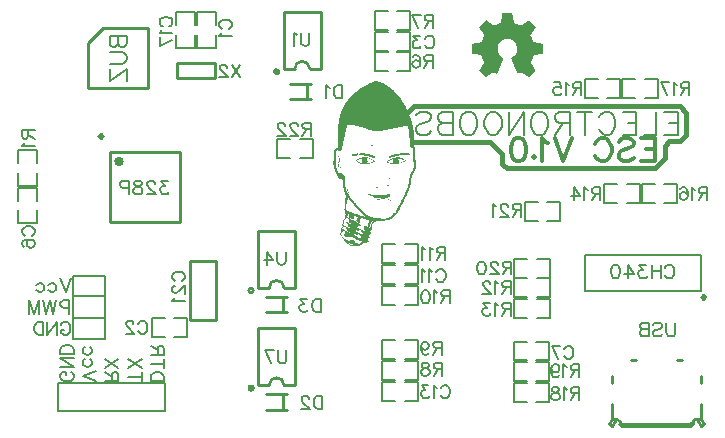
<source format=gbo>
G04 Layer: BottomSilkLayer*
G04 EasyEDA v5.9.41, Fri, 08 Feb 2019 23:39:09 GMT*
G04 113b46e1fbc2432c9b03807f1b5d6b43*
G04 Gerber Generator version 0.2*
G04 Scale: 100 percent, Rotated: No, Reflected: No *
G04 Dimensions in millimeters *
G04 leading zeros omitted , absolute positions ,3 integer and 3 decimal *
%FSLAX33Y33*%
%MOMM*%
G90*
G71D02*

%ADD10C,0.254000*%
%ADD12C,0.200000*%
%ADD13C,0.399999*%
%ADD14C,0.299999*%
%ADD42C,0.228600*%
%ADD43C,0.152400*%
%ADD45C,0.140005*%
%ADD46C,0.180010*%
%ADD47C,0.203200*%

%LPD*%

%LPD*%
G36*
G01X43798Y34073D02*
G01X43803Y34057D01*
G01X43810Y34027D01*
G01X43819Y33986D01*
G01X43830Y33935D01*
G01X43842Y33876D01*
G01X43854Y33811D01*
G01X43868Y33741D01*
G01X43881Y33668D01*
G01X43907Y33528D01*
G01X43930Y33413D01*
G01X43946Y33333D01*
G01X43954Y33302D01*
G01X43982Y33287D01*
G01X44045Y33259D01*
G01X44133Y33222D01*
G01X44232Y33181D01*
G01X44332Y33141D01*
G01X44421Y33107D01*
G01X44486Y33082D01*
G01X44518Y33073D01*
G01X44530Y33077D01*
G01X44555Y33091D01*
G01X44591Y33111D01*
G01X44635Y33139D01*
G01X44687Y33172D01*
G01X44746Y33211D01*
G01X44809Y33253D01*
G01X44875Y33298D01*
G01X44941Y33343D01*
G01X45003Y33386D01*
G01X45059Y33424D01*
G01X45109Y33458D01*
G01X45151Y33485D01*
G01X45183Y33506D01*
G01X45204Y33519D01*
G01X45213Y33524D01*
G01X45221Y33518D01*
G01X45240Y33501D01*
G01X45268Y33475D01*
G01X45305Y33440D01*
G01X45348Y33398D01*
G01X45398Y33349D01*
G01X45452Y33296D01*
G01X45509Y33238D01*
G01X45794Y32952D01*
G01X45676Y32782D01*
G01X45650Y32744D01*
G01X45621Y32702D01*
G01X45591Y32657D01*
G01X45559Y32611D01*
G01X45528Y32565D01*
G01X45498Y32521D01*
G01X45470Y32479D01*
G01X45445Y32442D01*
G01X45331Y32273D01*
G01X45438Y32021D01*
G01X45485Y31913D01*
G01X45521Y31831D01*
G01X45551Y31770D01*
G01X45576Y31728D01*
G01X45599Y31700D01*
G01X45622Y31682D01*
G01X45648Y31672D01*
G01X45680Y31666D01*
G01X45718Y31659D01*
G01X45769Y31650D01*
G01X45828Y31639D01*
G01X45895Y31626D01*
G01X45965Y31613D01*
G01X46036Y31600D01*
G01X46106Y31587D01*
G01X46171Y31575D01*
G01X46229Y31564D01*
G01X46278Y31554D01*
G01X46314Y31547D01*
G01X46335Y31543D01*
G01X46350Y31539D01*
G01X46362Y31530D01*
G01X46370Y31513D01*
G01X46375Y31482D01*
G01X46379Y31432D01*
G01X46380Y31359D01*
G01X46381Y31258D01*
G01X46381Y31123D01*
G01X46381Y31040D01*
G01X46380Y30963D01*
G01X46380Y30894D01*
G01X46379Y30833D01*
G01X46377Y30783D01*
G01X46376Y30745D01*
G01X46374Y30721D01*
G01X46373Y30713D01*
G01X46348Y30710D01*
G01X46300Y30702D01*
G01X46233Y30690D01*
G01X46154Y30674D01*
G01X46066Y30657D01*
G01X45974Y30638D01*
G01X45882Y30619D01*
G01X45796Y30601D01*
G01X45721Y30584D01*
G01X45660Y30570D01*
G01X45619Y30560D01*
G01X45603Y30554D01*
G01X45588Y30524D01*
G01X45558Y30455D01*
G01X45517Y30356D01*
G01X45470Y30238D01*
G01X45352Y29938D01*
G01X45561Y29636D01*
G01X45603Y29575D01*
G01X45642Y29517D01*
G01X45679Y29464D01*
G01X45711Y29416D01*
G01X45738Y29375D01*
G01X45758Y29343D01*
G01X45772Y29321D01*
G01X45779Y29310D01*
G01X45775Y29300D01*
G01X45760Y29279D01*
G01X45735Y29248D01*
G01X45701Y29210D01*
G01X45660Y29165D01*
G01X45613Y29114D01*
G01X45560Y29059D01*
G01X45503Y29002D01*
G01X45218Y28717D01*
G01X44914Y28925D01*
G01X44852Y28966D01*
G01X44792Y29005D01*
G01X44737Y29041D01*
G01X44687Y29071D01*
G01X44644Y29097D01*
G01X44609Y29116D01*
G01X44584Y29128D01*
G01X44570Y29133D01*
G01X44545Y29127D01*
G01X44505Y29112D01*
G01X44456Y29089D01*
G01X44403Y29062D01*
G01X44355Y29035D01*
G01X44318Y29018D01*
G01X44290Y29010D01*
G01X44268Y29014D01*
G01X44249Y29031D01*
G01X44231Y29062D01*
G01X44210Y29109D01*
G01X44184Y29174D01*
G01X44175Y29196D01*
G01X44163Y29227D01*
G01X44147Y29265D01*
G01X44129Y29309D01*
G01X44109Y29359D01*
G01X44086Y29414D01*
G01X44062Y29473D01*
G01X44036Y29536D01*
G01X44009Y29601D01*
G01X43982Y29669D01*
G01X43953Y29737D01*
G01X43925Y29805D01*
G01X43884Y29906D01*
G01X43845Y30000D01*
G01X43810Y30086D01*
G01X43780Y30162D01*
G01X43754Y30225D01*
G01X43735Y30274D01*
G01X43723Y30305D01*
G01X43719Y30318D01*
G01X43726Y30329D01*
G01X43745Y30345D01*
G01X43772Y30366D01*
G01X43806Y30389D01*
G01X43857Y30423D01*
G01X43904Y30459D01*
G01X43948Y30496D01*
G01X43989Y30535D01*
G01X44026Y30576D01*
G01X44060Y30618D01*
G01X44091Y30662D01*
G01X44118Y30708D01*
G01X44142Y30755D01*
G01X44163Y30804D01*
G01X44181Y30854D01*
G01X44195Y30907D01*
G01X44206Y30961D01*
G01X44214Y31016D01*
G01X44219Y31074D01*
G01X44220Y31133D01*
G01X44218Y31235D01*
G01X44208Y31310D01*
G01X44189Y31377D01*
G01X44155Y31456D01*
G01X44128Y31508D01*
G01X44099Y31558D01*
G01X44067Y31605D01*
G01X44033Y31649D01*
G01X43996Y31691D01*
G01X43957Y31730D01*
G01X43916Y31767D01*
G01X43873Y31800D01*
G01X43829Y31831D01*
G01X43782Y31858D01*
G01X43734Y31882D01*
G01X43685Y31903D01*
G01X43634Y31921D01*
G01X43582Y31936D01*
G01X43530Y31947D01*
G01X43476Y31954D01*
G01X43422Y31958D01*
G01X43367Y31959D01*
G01X43312Y31955D01*
G01X43257Y31948D01*
G01X43188Y31934D01*
G01X43122Y31915D01*
G01X43059Y31891D01*
G01X42998Y31863D01*
G01X42941Y31830D01*
G01X42886Y31792D01*
G01X42835Y31751D01*
G01X42787Y31704D01*
G01X42742Y31654D01*
G01X42701Y31599D01*
G01X42664Y31541D01*
G01X42630Y31478D01*
G01X42592Y31396D01*
G01X42572Y31328D01*
G01X42564Y31246D01*
G01X42562Y31123D01*
G01X42564Y31005D01*
G01X42571Y30924D01*
G01X42588Y30858D01*
G01X42618Y30788D01*
G01X42647Y30729D01*
G01X42678Y30675D01*
G01X42711Y30626D01*
G01X42747Y30580D01*
G01X42786Y30536D01*
G01X42829Y30495D01*
G01X42878Y30454D01*
G01X42932Y30413D01*
G01X42999Y30363D01*
G01X43036Y30329D01*
G01X43049Y30302D01*
G01X43045Y30275D01*
G01X43040Y30264D01*
G01X43032Y30244D01*
G01X43020Y30214D01*
G01X43004Y30177D01*
G01X42986Y30132D01*
G01X42965Y30081D01*
G01X42941Y30024D01*
G01X42916Y29962D01*
G01X42888Y29895D01*
G01X42859Y29825D01*
G01X42829Y29752D01*
G01X42798Y29676D01*
G01X42766Y29601D01*
G01X42736Y29527D01*
G01X42706Y29456D01*
G01X42678Y29388D01*
G01X42652Y29324D01*
G01X42627Y29265D01*
G01X42605Y29211D01*
G01X42586Y29164D01*
G01X42569Y29124D01*
G01X42556Y29092D01*
G01X42546Y29068D01*
G01X42540Y29054D01*
G01X42512Y28986D01*
G01X42374Y29059D01*
G01X42317Y29088D01*
G01X42265Y29111D01*
G01X42223Y29127D01*
G01X42198Y29133D01*
G01X42184Y29128D01*
G01X42160Y29116D01*
G01X42126Y29097D01*
G01X42084Y29072D01*
G01X42035Y29041D01*
G01X41981Y29006D01*
G01X41922Y28967D01*
G01X41862Y28925D01*
G01X41563Y28718D01*
G01X41279Y29002D01*
G01X41222Y29059D01*
G01X41169Y29114D01*
G01X41121Y29163D01*
G01X41079Y29208D01*
G01X41044Y29245D01*
G01X41018Y29274D01*
G01X41001Y29294D01*
G01X40995Y29303D01*
G01X41012Y29333D01*
G01X41056Y29403D01*
G01X41121Y29501D01*
G01X41200Y29618D01*
G01X41241Y29678D01*
G01X41280Y29736D01*
G01X41314Y29790D01*
G01X41345Y29839D01*
G01X41370Y29881D01*
G01X41389Y29915D01*
G01X41401Y29940D01*
G01X41405Y29954D01*
G01X41401Y29975D01*
G01X41390Y30011D01*
G01X41373Y30061D01*
G01X41351Y30120D01*
G01X41326Y30185D01*
G01X41300Y30253D01*
G01X41272Y30321D01*
G01X41245Y30386D01*
G01X41220Y30444D01*
G01X41198Y30492D01*
G01X41180Y30527D01*
G01X41169Y30545D01*
G01X41152Y30553D01*
G01X41118Y30565D01*
G01X41067Y30579D01*
G01X41005Y30594D01*
G01X40935Y30610D01*
G01X40859Y30627D01*
G01X40782Y30643D01*
G01X40706Y30658D01*
G01X40636Y30671D01*
G01X40574Y30682D01*
G01X40524Y30689D01*
G01X40490Y30691D01*
G01X40457Y30694D01*
G01X40431Y30704D01*
G01X40411Y30725D01*
G01X40398Y30761D01*
G01X40389Y30816D01*
G01X40384Y30894D01*
G01X40382Y30999D01*
G01X40381Y31135D01*
G01X40381Y31259D01*
G01X40382Y31352D01*
G01X40384Y31420D01*
G01X40387Y31467D01*
G01X40393Y31497D01*
G01X40401Y31516D01*
G01X40412Y31526D01*
G01X40427Y31534D01*
G01X40443Y31539D01*
G01X40472Y31546D01*
G01X40513Y31555D01*
G01X40562Y31566D01*
G01X40619Y31578D01*
G01X40683Y31590D01*
G01X40750Y31603D01*
G01X40821Y31616D01*
G01X40958Y31642D01*
G01X41072Y31666D01*
G01X41151Y31684D01*
G01X41185Y31695D01*
G01X41203Y31725D01*
G01X41233Y31790D01*
G01X41272Y31878D01*
G01X41315Y31977D01*
G01X41356Y32077D01*
G01X41391Y32167D01*
G01X41416Y32234D01*
G01X41425Y32268D01*
G01X41421Y32282D01*
G01X41408Y32306D01*
G01X41389Y32341D01*
G01X41362Y32385D01*
G01X41330Y32435D01*
G01X41294Y32492D01*
G01X41254Y32553D01*
G01X41210Y32616D01*
G01X41167Y32679D01*
G01X41127Y32739D01*
G01X41090Y32794D01*
G01X41059Y32842D01*
G01X41032Y32882D01*
G01X41012Y32914D01*
G01X41000Y32935D01*
G01X40995Y32945D01*
G01X41001Y32954D01*
G01X41018Y32973D01*
G01X41044Y33002D01*
G01X41079Y33039D01*
G01X41121Y33083D01*
G01X41170Y33133D01*
G01X41223Y33187D01*
G01X41280Y33245D01*
G01X41565Y33529D01*
G01X41896Y33301D01*
G01X41963Y33255D01*
G01X42027Y33212D01*
G01X42086Y33173D01*
G01X42138Y33140D01*
G01X42182Y33112D01*
G01X42217Y33090D01*
G01X42242Y33077D01*
G01X42254Y33072D01*
G01X42286Y33081D01*
G01X42351Y33105D01*
G01X42437Y33138D01*
G01X42534Y33177D01*
G01X42630Y33218D01*
G01X42715Y33255D01*
G01X42778Y33284D01*
G01X42808Y33301D01*
G01X42813Y33313D01*
G01X42821Y33340D01*
G01X42832Y33379D01*
G01X42844Y33430D01*
G01X42857Y33491D01*
G01X42871Y33560D01*
G01X42886Y33635D01*
G01X42901Y33714D01*
G01X42974Y34109D01*
G01X43377Y34114D01*
G01X43511Y34116D01*
G01X43611Y34117D01*
G01X43683Y34116D01*
G01X43733Y34113D01*
G01X43764Y34108D01*
G01X43782Y34100D01*
G01X43792Y34089D01*
G01X43798Y34073D01*
G37*

%LPD*%
G36*
G01X30479Y14392D02*
G01X30403Y14389D01*
G01X30343Y14390D01*
G01X30287Y14395D01*
G01X30234Y14404D01*
G01X30182Y14417D01*
G01X30133Y14433D01*
G01X30084Y14455D01*
G01X30036Y14481D01*
G01X29988Y14512D01*
G01X29939Y14548D01*
G01X29889Y14590D01*
G01X29837Y14638D01*
G01X29783Y14692D01*
G01X29728Y14750D01*
G01X29674Y14810D01*
G01X29621Y14870D01*
G01X29570Y14931D01*
G01X29520Y14992D01*
G01X29473Y15053D01*
G01X29428Y15113D01*
G01X29387Y15172D01*
G01X29348Y15229D01*
G01X29313Y15285D01*
G01X29282Y15339D01*
G01X29254Y15390D01*
G01X29222Y15457D01*
G01X29213Y15502D01*
G01X29229Y15541D01*
G01X29272Y15590D01*
G01X29312Y15638D01*
G01X29329Y15679D01*
G01X29327Y15726D01*
G01X29305Y15792D01*
G01X29283Y15860D01*
G01X29282Y15905D01*
G01X29307Y15944D01*
G01X29361Y15992D01*
G01X29415Y16039D01*
G01X29440Y16076D01*
G01X29439Y16116D01*
G01X29417Y16173D01*
G01X29395Y16226D01*
G01X29390Y16263D01*
G01X29402Y16290D01*
G01X29430Y16316D01*
G01X29455Y16345D01*
G01X29476Y16392D01*
G01X29492Y16451D01*
G01X29501Y16520D01*
G01X29510Y16600D01*
G01X29526Y16655D01*
G01X29554Y16691D01*
G01X29595Y16716D01*
G01X29634Y16738D01*
G01X29657Y16764D01*
G01X29665Y16797D01*
G01X29662Y16840D01*
G01X29658Y16880D01*
G01X29661Y16925D01*
G01X29668Y16969D01*
G01X29681Y17006D01*
G01X29694Y17050D01*
G01X29695Y17094D01*
G01X29681Y17145D01*
G01X29654Y17206D01*
G01X29639Y17237D01*
G01X29627Y17271D01*
G01X29616Y17307D01*
G01X29608Y17345D01*
G01X29602Y17386D01*
G01X29598Y17431D01*
G01X29596Y17480D01*
G01X29596Y17534D01*
G01X29598Y17593D01*
G01X29603Y17658D01*
G01X29609Y17728D01*
G01X29618Y17804D01*
G01X29629Y17888D01*
G01X29642Y17979D01*
G01X29658Y18077D01*
G01X29675Y18183D01*
G01X29759Y18677D01*
G01X29645Y18924D01*
G01X29615Y18992D01*
G01X29590Y19059D01*
G01X29568Y19127D01*
G01X29548Y19196D01*
G01X29531Y19270D01*
G01X29516Y19349D01*
G01X29504Y19436D01*
G01X29492Y19532D01*
G01X29476Y19677D01*
G01X29462Y19796D01*
G01X29451Y19892D01*
G01X29441Y19967D01*
G01X29431Y20024D01*
G01X29421Y20064D01*
G01X29411Y20091D01*
G01X29398Y20107D01*
G01X29383Y20113D01*
G01X29364Y20113D01*
G01X29342Y20109D01*
G01X29315Y20103D01*
G01X29275Y20099D01*
G01X29236Y20102D01*
G01X29198Y20115D01*
G01X29162Y20136D01*
G01X29125Y20167D01*
G01X29089Y20208D01*
G01X29052Y20259D01*
G01X29014Y20321D01*
G01X28976Y20393D01*
G01X28936Y20478D01*
G01X28894Y20574D01*
G01X28850Y20683D01*
G01X28820Y20763D01*
G01X28792Y20842D01*
G01X28766Y20918D01*
G01X28743Y20993D01*
G01X28722Y21064D01*
G01X28704Y21133D01*
G01X28688Y21198D01*
G01X28675Y21261D01*
G01X28665Y21320D01*
G01X28657Y21376D01*
G01X28652Y21427D01*
G01X28650Y21476D01*
G01X28650Y21519D01*
G01X28654Y21559D01*
G01X28660Y21594D01*
G01X28669Y21625D01*
G01X28676Y21651D01*
G01X28683Y21693D01*
G01X28689Y21746D01*
G01X28694Y21810D01*
G01X28698Y21881D01*
G01X28702Y21959D01*
G01X28704Y22040D01*
G01X28705Y22123D01*
G01X28705Y22228D01*
G01X28708Y22319D01*
G01X28713Y22397D01*
G01X28720Y22464D01*
G01X28729Y22521D01*
G01X28743Y22567D01*
G01X28760Y22606D01*
G01X28781Y22636D01*
G01X28806Y22660D01*
G01X28836Y22679D01*
G01X28871Y22693D01*
G01X28911Y22704D01*
G01X29009Y22726D01*
G01X29014Y23528D01*
G01X29014Y23610D01*
G01X29015Y23691D01*
G01X29017Y23771D01*
G01X29020Y23850D01*
G01X29022Y23928D01*
G01X29025Y24005D01*
G01X29029Y24081D01*
G01X29033Y24156D01*
G01X29037Y24230D01*
G01X29042Y24303D01*
G01X29048Y24375D01*
G01X29054Y24446D01*
G01X29061Y24517D01*
G01X29068Y24586D01*
G01X29075Y24654D01*
G01X29083Y24722D01*
G01X29092Y24788D01*
G01X29101Y24854D01*
G01X29110Y24919D01*
G01X29121Y24983D01*
G01X29131Y25046D01*
G01X29142Y25108D01*
G01X29154Y25169D01*
G01X29166Y25230D01*
G01X29179Y25289D01*
G01X29192Y25348D01*
G01X29205Y25406D01*
G01X29220Y25462D01*
G01X29234Y25518D01*
G01X29249Y25574D01*
G01X29265Y25628D01*
G01X29281Y25682D01*
G01X29298Y25735D01*
G01X29316Y25787D01*
G01X29333Y25838D01*
G01X29352Y25888D01*
G01X29371Y25938D01*
G01X29390Y25987D01*
G01X29410Y26035D01*
G01X29430Y26082D01*
G01X29451Y26128D01*
G01X29473Y26174D01*
G01X29495Y26219D01*
G01X29518Y26263D01*
G01X29541Y26307D01*
G01X29565Y26349D01*
G01X29589Y26392D01*
G01X29614Y26433D01*
G01X29639Y26473D01*
G01X29665Y26514D01*
G01X29692Y26553D01*
G01X29719Y26591D01*
G01X29752Y26635D01*
G01X29787Y26682D01*
G01X29826Y26729D01*
G01X29866Y26779D01*
G01X29910Y26830D01*
G01X29955Y26881D01*
G01X30002Y26933D01*
G01X30051Y26985D01*
G01X30101Y27038D01*
G01X30152Y27091D01*
G01X30204Y27143D01*
G01X30256Y27196D01*
G01X30310Y27247D01*
G01X30363Y27298D01*
G01X30417Y27348D01*
G01X30470Y27396D01*
G01X30523Y27443D01*
G01X30575Y27488D01*
G01X30626Y27531D01*
G01X30676Y27572D01*
G01X30725Y27611D01*
G01X30772Y27646D01*
G01X30817Y27679D01*
G01X30861Y27709D01*
G01X30923Y27751D01*
G01X30989Y27792D01*
G01X31056Y27834D01*
G01X31125Y27875D01*
G01X31194Y27916D01*
G01X31265Y27955D01*
G01X31337Y27995D01*
G01X31409Y28033D01*
G01X31480Y28071D01*
G01X31551Y28106D01*
G01X31621Y28141D01*
G01X31691Y28174D01*
G01X31759Y28205D01*
G01X31825Y28235D01*
G01X31888Y28262D01*
G01X31950Y28287D01*
G01X32008Y28310D01*
G01X32063Y28330D01*
G01X32115Y28347D01*
G01X32163Y28362D01*
G01X32206Y28374D01*
G01X32245Y28382D01*
G01X32279Y28387D01*
G01X32308Y28389D01*
G01X32356Y28382D01*
G01X32430Y28364D01*
G01X32520Y28337D01*
G01X32617Y28305D01*
G01X32664Y28287D01*
G01X32713Y28268D01*
G01X32761Y28247D01*
G01X32810Y28226D01*
G01X32859Y28202D01*
G01X32909Y28177D01*
G01X32959Y28151D01*
G01X33008Y28124D01*
G01X33058Y28096D01*
G01X33108Y28066D01*
G01X33159Y28035D01*
G01X33209Y28003D01*
G01X33259Y27970D01*
G01X33310Y27935D01*
G01X33359Y27900D01*
G01X33410Y27863D01*
G01X33459Y27826D01*
G01X33509Y27787D01*
G01X33558Y27747D01*
G01X33608Y27707D01*
G01X33657Y27665D01*
G01X33705Y27623D01*
G01X33754Y27579D01*
G01X33801Y27535D01*
G01X33849Y27489D01*
G01X33895Y27444D01*
G01X33942Y27397D01*
G01X33988Y27349D01*
G01X34024Y27311D01*
G01X34060Y27270D01*
G01X34096Y27230D01*
G01X34132Y27188D01*
G01X34168Y27146D01*
G01X34203Y27103D01*
G01X34238Y27059D01*
G01X34272Y27014D01*
G01X34307Y26968D01*
G01X34341Y26922D01*
G01X34374Y26875D01*
G01X34408Y26827D01*
G01X34441Y26779D01*
G01X34474Y26729D01*
G01X34506Y26680D01*
G01X34538Y26629D01*
G01X34570Y26578D01*
G01X34601Y26526D01*
G01X34632Y26473D01*
G01X34663Y26420D01*
G01X34693Y26366D01*
G01X34723Y26311D01*
G01X34782Y26201D01*
G01X34811Y26144D01*
G01X34839Y26087D01*
G01X34867Y26030D01*
G01X34895Y25973D01*
G01X34921Y25914D01*
G01X34948Y25855D01*
G01X34974Y25796D01*
G01X35000Y25736D01*
G01X35026Y25675D01*
G01X35050Y25615D01*
G01X35075Y25553D01*
G01X35099Y25492D01*
G01X35122Y25430D01*
G01X35145Y25367D01*
G01X35167Y25305D01*
G01X35189Y25242D01*
G01X35211Y25178D01*
G01X35231Y25114D01*
G01X35252Y25049D01*
G01X35272Y24985D01*
G01X35291Y24920D01*
G01X35310Y24855D01*
G01X35328Y24790D01*
G01X35346Y24724D01*
G01X35363Y24658D01*
G01X35378Y24597D01*
G01X35392Y24538D01*
G01X35405Y24483D01*
G01X35416Y24430D01*
G01X35425Y24377D01*
G01X35434Y24326D01*
G01X35442Y24273D01*
G01X35448Y24220D01*
G01X35454Y24165D01*
G01X35459Y24107D01*
G01X35463Y24046D01*
G01X35468Y23981D01*
G01X35471Y23911D01*
G01X35474Y23835D01*
G01X35477Y23753D01*
G01X35479Y23678D01*
G01X35480Y23604D01*
G01X35481Y23531D01*
G01X35481Y23460D01*
G01X35480Y23391D01*
G01X35479Y23327D01*
G01X35477Y23267D01*
G01X35475Y23213D01*
G01X35472Y23164D01*
G01X35469Y23123D01*
G01X35465Y23089D01*
G01X35460Y23064D01*
G01X35445Y22983D01*
G01X35446Y22929D01*
G01X35467Y22886D01*
G01X35511Y22841D01*
G01X35530Y22824D01*
G01X35545Y22807D01*
G01X35558Y22787D01*
G01X35569Y22764D01*
G01X35577Y22735D01*
G01X35584Y22698D01*
G01X35588Y22651D01*
G01X35592Y22592D01*
G01X35594Y22519D01*
G01X35595Y22430D01*
G01X35596Y22323D01*
G01X35596Y22195D01*
G01X35596Y22115D01*
G01X35597Y22036D01*
G01X35599Y21955D01*
G01X35601Y21877D01*
G01X35603Y21800D01*
G01X35606Y21726D01*
G01X35610Y21657D01*
G01X35613Y21592D01*
G01X35617Y21533D01*
G01X35622Y21481D01*
G01X35627Y21438D01*
G01X35632Y21402D01*
G01X35641Y21337D01*
G01X35647Y21280D01*
G01X35649Y21228D01*
G01X35648Y21179D01*
G01X35642Y21129D01*
G01X35631Y21076D01*
G01X35616Y21016D01*
G01X35596Y20948D01*
G01X35579Y20898D01*
G01X35559Y20845D01*
G01X35537Y20791D01*
G01X35512Y20738D01*
G01X35487Y20686D01*
G01X35461Y20639D01*
G01X35436Y20596D01*
G01X35412Y20560D01*
G01X35382Y20516D01*
G01X35357Y20472D01*
G01X35335Y20429D01*
G01X35317Y20383D01*
G01X35302Y20334D01*
G01X35289Y20279D01*
G01X35278Y20217D01*
G01X35268Y20148D01*
G01X35261Y20087D01*
G01X35253Y20028D01*
G01X35245Y19972D01*
G01X35237Y19916D01*
G01X35228Y19863D01*
G01X35219Y19810D01*
G01X35209Y19760D01*
G01X35199Y19709D01*
G01X35189Y19660D01*
G01X35177Y19610D01*
G01X35165Y19561D01*
G01X35151Y19512D01*
G01X35137Y19462D01*
G01X35122Y19412D01*
G01X35105Y19361D01*
G01X35087Y19309D01*
G01X35068Y19256D01*
G01X35047Y19201D01*
G01X35025Y19145D01*
G01X35001Y19087D01*
G01X34976Y19026D01*
G01X34949Y18963D01*
G01X34920Y18897D01*
G01X34889Y18829D01*
G01X34856Y18757D01*
G01X34821Y18682D01*
G01X34784Y18603D01*
G01X34745Y18521D01*
G01X34703Y18435D01*
G01X34659Y18344D01*
G01X34613Y18249D01*
G01X34564Y18149D01*
G01X34510Y18040D01*
G01X34461Y17941D01*
G01X34415Y17849D01*
G01X34373Y17766D01*
G01X34335Y17690D01*
G01X34299Y17621D01*
G01X34265Y17559D01*
G01X34234Y17501D01*
G01X34205Y17449D01*
G01X34177Y17402D01*
G01X34150Y17357D01*
G01X34124Y17317D01*
G01X34098Y17279D01*
G01X34073Y17244D01*
G01X34047Y17210D01*
G01X34021Y17176D01*
G01X33993Y17143D01*
G01X33964Y17110D01*
G01X33934Y17076D01*
G01X33902Y17041D01*
G01X33840Y16977D01*
G01X33780Y16917D01*
G01X33722Y16864D01*
G01X33664Y16815D01*
G01X33608Y16772D01*
G01X33554Y16734D01*
G01X33501Y16701D01*
G01X33449Y16673D01*
G01X33404Y16651D01*
G01X33363Y16632D01*
G01X33324Y16617D01*
G01X33287Y16604D01*
G01X33247Y16594D01*
G01X33204Y16587D01*
G01X33157Y16581D01*
G01X33102Y16577D01*
G01X33037Y16574D01*
G01X32962Y16571D01*
G01X32874Y16570D01*
G01X32771Y16570D01*
G01X32641Y16569D01*
G01X32533Y16567D01*
G01X32446Y16563D01*
G01X32378Y16558D01*
G01X32325Y16550D01*
G01X32285Y16539D01*
G01X32255Y16527D01*
G01X32233Y16511D01*
G01X32202Y16487D01*
G01X32166Y16466D01*
G01X32129Y16450D01*
G01X32096Y16440D01*
G01X32060Y16423D01*
G01X32025Y16384D01*
G01X31991Y16322D01*
G01X31957Y16236D01*
G01X31923Y16135D01*
G01X31909Y16064D01*
G01X31914Y16010D01*
G01X31935Y15958D01*
G01X31956Y15912D01*
G01X31963Y15877D01*
G01X31956Y15847D01*
G01X31935Y15815D01*
G01X31914Y15794D01*
G01X31890Y15776D01*
G01X31865Y15764D01*
G01X31843Y15760D01*
G01X31802Y15740D01*
G01X31783Y15693D01*
G01X31789Y15631D01*
G01X31820Y15571D01*
G01X31844Y15538D01*
G01X31854Y15510D01*
G01X31848Y15484D01*
G01X31827Y15454D01*
G01X31806Y15433D01*
G01X31782Y15415D01*
G01X31758Y15404D01*
G01X31737Y15399D01*
G01X31693Y15381D01*
G01X31670Y15338D01*
G01X31671Y15284D01*
G01X31700Y15233D01*
G01X31729Y15184D01*
G01X31731Y15132D01*
G01X31709Y15091D01*
G01X31666Y15074D01*
G01X31645Y15070D01*
G01X31620Y15058D01*
G01X31596Y15041D01*
G01X31575Y15020D01*
G01X31555Y14989D01*
G01X31551Y14961D01*
G01X31565Y14930D01*
G01X31597Y14889D01*
G01X31634Y14846D01*
G01X31645Y14816D01*
G01X31627Y14787D01*
G01X31580Y14746D01*
G01X31536Y14718D01*
G01X31480Y14696D01*
G01X31419Y14682D01*
G01X31355Y14677D01*
G01X31295Y14674D01*
G01X31248Y14664D01*
G01X31213Y14648D01*
G01X31196Y14628D01*
G01X31177Y14602D01*
G01X31144Y14576D01*
G01X31097Y14548D01*
G01X31038Y14522D01*
G01X30970Y14495D01*
G01X30895Y14471D01*
G01X30814Y14449D01*
G01X30730Y14429D01*
G01X30645Y14412D01*
G01X30560Y14399D01*
G01X30479Y14392D01*
G37*

%LPC*%
G36*
G01X30350Y14465D02*
G01X30409Y14463D01*
G01X30452Y14468D01*
G01X30449Y14482D01*
G01X30394Y14508D01*
G01X30283Y14550D01*
G01X30186Y14585D01*
G01X30108Y14610D01*
G01X30049Y14627D01*
G01X30009Y14636D01*
G01X29984Y14636D01*
G01X29975Y14628D01*
G01X29979Y14612D01*
G01X29996Y14588D01*
G01X30023Y14564D01*
G01X30062Y14541D01*
G01X30110Y14520D01*
G01X30166Y14500D01*
G01X30227Y14485D01*
G01X30289Y14472D01*
G01X30350Y14465D01*
G37*
G36*
G01X30769Y14621D02*
G01X30810Y14619D01*
G01X30845Y14624D01*
G01X30876Y14639D01*
G01X30908Y14661D01*
G01X30941Y14692D01*
G01X30982Y14729D01*
G01X31026Y14759D01*
G01X31066Y14780D01*
G01X31098Y14788D01*
G01X31104Y14793D01*
G01X31073Y14808D01*
G01X31010Y14829D01*
G01X30921Y14853D01*
G01X30820Y14884D01*
G01X30726Y14921D01*
G01X30647Y14960D01*
G01X30596Y14995D01*
G01X30544Y15036D01*
G01X30480Y15074D01*
G01X30409Y15108D01*
G01X30337Y15135D01*
G01X30269Y15155D01*
G01X30210Y15164D01*
G01X30166Y15162D01*
G01X30140Y15147D01*
G01X30126Y15131D01*
G01X30109Y15121D01*
G01X30091Y15119D01*
G01X30074Y15125D01*
G01X30043Y15137D01*
G01X29986Y15153D01*
G01X29912Y15170D01*
G01X29828Y15187D01*
G01X29748Y15203D01*
G01X29681Y15220D01*
G01X29628Y15238D01*
G01X29589Y15257D01*
G01X29563Y15276D01*
G01X29549Y15296D01*
G01X29549Y15318D01*
G01X29562Y15341D01*
G01X29577Y15367D01*
G01X29593Y15408D01*
G01X29608Y15458D01*
G01X29620Y15513D01*
G01X29629Y15580D01*
G01X29627Y15626D01*
G01X29610Y15658D01*
G01X29578Y15683D01*
G01X29515Y15714D01*
G01X29479Y15712D01*
G01X29460Y15672D01*
G01X29454Y15588D01*
G01X29452Y15534D01*
G01X29452Y15447D01*
G01X29454Y15426D01*
G01X29453Y15416D01*
G01X29446Y15407D01*
G01X29436Y15401D01*
G01X29422Y15399D01*
G01X29408Y15406D01*
G01X29397Y15426D01*
G01X29389Y15455D01*
G01X29386Y15491D01*
G01X29384Y15526D01*
G01X29376Y15551D01*
G01X29364Y15563D01*
G01X29351Y15562D01*
G01X29329Y15542D01*
G01X29318Y15517D01*
G01X29317Y15485D01*
G01X29325Y15446D01*
G01X29343Y15400D01*
G01X29372Y15346D01*
G01X29410Y15285D01*
G01X29458Y15216D01*
G01X29500Y15161D01*
G01X29539Y15114D01*
G01X29578Y15074D01*
G01X29617Y15040D01*
G01X29661Y15009D01*
G01X29708Y14981D01*
G01X29763Y14954D01*
G01X29826Y14926D01*
G01X29947Y14878D01*
G01X30019Y14857D01*
G01X30058Y14862D01*
G01X30083Y14890D01*
G01X30095Y14913D01*
G01X30107Y14934D01*
G01X30116Y14949D01*
G01X30121Y14957D01*
G01X30141Y14954D01*
G01X30191Y14941D01*
G01X30264Y14918D01*
G01X30350Y14890D01*
G01X30460Y14850D01*
G01X30522Y14819D01*
G01X30544Y14792D01*
G01X30532Y14765D01*
G01X30516Y14738D01*
G01X30519Y14717D01*
G01X30541Y14698D01*
G01X30586Y14678D01*
G01X30660Y14651D01*
G01X30720Y14632D01*
G01X30769Y14621D01*
G37*
G36*
G01X31007Y15066D02*
G01X31044Y15060D01*
G01X31056Y15072D01*
G01X31048Y15104D01*
G01X31037Y15130D01*
G01X31021Y15158D01*
G01X31002Y15182D01*
G01X30982Y15201D01*
G01X30964Y15221D01*
G01X30947Y15248D01*
G01X30933Y15279D01*
G01X30925Y15309D01*
G01X30887Y15376D01*
G01X30822Y15426D01*
G01X30757Y15445D01*
G01X30721Y15416D01*
G01X30715Y15395D01*
G01X30709Y15379D01*
G01X30702Y15367D01*
G01X30696Y15363D01*
G01X30684Y15365D01*
G01X30660Y15373D01*
G01X30628Y15384D01*
G01X30592Y15397D01*
G01X30554Y15410D01*
G01X30521Y15414D01*
G01X30496Y15410D01*
G01X30481Y15399D01*
G01X30469Y15388D01*
G01X30451Y15382D01*
G01X30430Y15381D01*
G01X30408Y15386D01*
G01X30388Y15392D01*
G01X30371Y15394D01*
G01X30360Y15392D01*
G01X30356Y15385D01*
G01X30363Y15375D01*
G01X30386Y15358D01*
G01X30421Y15337D01*
G01X30466Y15311D01*
G01X30520Y15282D01*
G01X30579Y15251D01*
G01X30642Y15220D01*
G01X30706Y15189D01*
G01X30770Y15159D01*
G01X30831Y15132D01*
G01X30886Y15109D01*
G01X30935Y15091D01*
G01X31007Y15066D01*
G37*
G36*
G01X31082Y15415D02*
G01X31151Y15409D01*
G01X31179Y15430D01*
G01X31165Y15473D01*
G01X31109Y15534D01*
G01X31081Y15561D01*
G01X31058Y15591D01*
G01X31043Y15617D01*
G01X31037Y15639D01*
G01X31015Y15682D01*
G01X30964Y15734D01*
G01X30903Y15777D01*
G01X30854Y15796D01*
G01X30843Y15792D01*
G01X30831Y15780D01*
G01X30819Y15763D01*
G01X30809Y15742D01*
G01X30795Y15717D01*
G01X30774Y15706D01*
G01X30742Y15712D01*
G01X30691Y15733D01*
G01X30643Y15753D01*
G01X30611Y15759D01*
G01X30591Y15752D01*
G01X30580Y15732D01*
G01X30570Y15717D01*
G01X30558Y15707D01*
G01X30542Y15705D01*
G01X30526Y15711D01*
G01X30513Y15718D01*
G01X30505Y15719D01*
G01X30503Y15713D01*
G01X30508Y15702D01*
G01X30523Y15688D01*
G01X30552Y15667D01*
G01X30593Y15642D01*
G01X30643Y15614D01*
G01X30699Y15583D01*
G01X30760Y15552D01*
G01X30824Y15521D01*
G01X30886Y15492D01*
G01X30946Y15466D01*
G01X31000Y15443D01*
G01X31046Y15425D01*
G01X31082Y15415D01*
G37*
G36*
G01X30064Y15530D02*
G01X30093Y15519D01*
G01X30104Y15520D01*
G01X30091Y15536D01*
G01X30057Y15562D01*
G01X30007Y15596D01*
G01X29945Y15634D01*
G01X29880Y15677D01*
G01X29833Y15716D01*
G01X29807Y15750D01*
G01X29803Y15776D01*
G01X29807Y15797D01*
G01X29805Y15818D01*
G01X29797Y15835D01*
G01X29784Y15849D01*
G01X29769Y15863D01*
G01X29757Y15883D01*
G01X29748Y15908D01*
G01X29745Y15933D01*
G01X29737Y15961D01*
G01X29716Y15993D01*
G01X29685Y16024D01*
G01X29646Y16051D01*
G01X29592Y16080D01*
G01X29560Y16088D01*
G01X29539Y16077D01*
G01X29523Y16045D01*
G01X29509Y16018D01*
G01X29488Y15991D01*
G01X29464Y15966D01*
G01X29438Y15948D01*
G01X29416Y15935D01*
G01X29403Y15924D01*
G01X29400Y15913D01*
G01X29412Y15898D01*
G01X29439Y15878D01*
G01X29485Y15851D01*
G01X29553Y15814D01*
G01X29644Y15764D01*
G01X29729Y15719D01*
G01X29819Y15669D01*
G01X29902Y15621D01*
G01X29969Y15581D01*
G01X30022Y15551D01*
G01X30064Y15530D01*
G37*
G36*
G01X31489Y15655D02*
G01X31502Y15651D01*
G01X31516Y15655D01*
G01X31529Y15662D01*
G01X31537Y15674D01*
G01X31540Y15688D01*
G01X31539Y15702D01*
G01X31535Y15713D01*
G01X31530Y15721D01*
G01X31524Y15724D01*
G01X31516Y15721D01*
G01X31506Y15713D01*
G01X31496Y15702D01*
G01X31486Y15688D01*
G01X31480Y15674D01*
G01X31481Y15662D01*
G01X31489Y15655D01*
G37*
G36*
G01X31345Y15700D02*
G01X31372Y15698D01*
G01X31387Y15702D01*
G01X31392Y15710D01*
G01X31389Y15718D01*
G01X31380Y15722D01*
G01X31365Y15724D01*
G01X31325Y15751D01*
G01X31286Y15821D01*
G01X31253Y15922D01*
G01X31232Y16039D01*
G01X31220Y16155D01*
G01X31456Y16066D01*
G01X31551Y16031D01*
G01X31635Y16003D01*
G01X31700Y15983D01*
G01X31735Y15977D01*
G01X31758Y15996D01*
G01X31789Y16050D01*
G01X31825Y16130D01*
G01X31860Y16227D01*
G01X31895Y16326D01*
G01X31929Y16409D01*
G01X31960Y16468D01*
G01X31983Y16495D01*
G01X31994Y16502D01*
G01X31995Y16508D01*
G01X31985Y16513D01*
G01X31966Y16515D01*
G01X31936Y16513D01*
G01X31911Y16503D01*
G01X31887Y16486D01*
G01X31864Y16458D01*
G01X31842Y16418D01*
G01X31821Y16366D01*
G01X31798Y16301D01*
G01X31774Y16220D01*
G01X31733Y16092D01*
G01X31699Y16029D01*
G01X31660Y16022D01*
G01X31602Y16057D01*
G01X31572Y16088D01*
G01X31564Y16130D01*
G01X31580Y16203D01*
G01X31621Y16326D01*
G01X31650Y16414D01*
G01X31671Y16489D01*
G01X31682Y16544D01*
G01X31681Y16568D01*
G01X31647Y16583D01*
G01X31571Y16608D01*
G01X31462Y16640D01*
G01X31333Y16676D01*
G01X31005Y16764D01*
G01X30948Y16569D01*
G01X30924Y16493D01*
G01X30901Y16431D01*
G01X30880Y16389D01*
G01X30866Y16373D01*
G01X30803Y16397D01*
G01X30716Y16450D01*
G01X30640Y16511D01*
G01X30607Y16554D01*
G01X30611Y16579D01*
G01X30622Y16619D01*
G01X30640Y16669D01*
G01X30660Y16722D01*
G01X30681Y16773D01*
G01X30698Y16817D01*
G01X30710Y16848D01*
G01X30714Y16863D01*
G01X30675Y16882D01*
G01X30584Y16911D01*
G01X30486Y16938D01*
G01X30422Y16950D01*
G01X30411Y16941D01*
G01X30399Y16913D01*
G01X30387Y16873D01*
G01X30376Y16824D01*
G01X30365Y16777D01*
G01X30350Y16741D01*
G01X30332Y16717D01*
G01X30307Y16704D01*
G01X30276Y16702D01*
G01X30237Y16710D01*
G01X30188Y16728D01*
G01X30129Y16757D01*
G01X30019Y16817D01*
G01X29962Y16866D01*
G01X29947Y16918D01*
G01X29962Y16994D01*
G01X29978Y17071D01*
G01X29976Y17127D01*
G01X29958Y17155D01*
G01X29925Y17149D01*
G01X29911Y17133D01*
G01X29896Y17104D01*
G01X29882Y17066D01*
G01X29871Y17023D01*
G01X29857Y16978D01*
G01X29838Y16944D01*
G01X29815Y16923D01*
G01X29790Y16914D01*
G01X29789Y16909D01*
G01X29809Y16894D01*
G01X29847Y16869D01*
G01X29902Y16837D01*
G01X29973Y16797D01*
G01X30055Y16752D01*
G01X30149Y16702D01*
G01X30252Y16649D01*
G01X30324Y16612D01*
G01X30396Y16575D01*
G01X30467Y16537D01*
G01X30536Y16501D01*
G01X30603Y16465D01*
G01X30666Y16431D01*
G01X30726Y16398D01*
G01X30780Y16368D01*
G01X30828Y16341D01*
G01X30871Y16316D01*
G01X30905Y16296D01*
G01X30932Y16279D01*
G01X31013Y16225D01*
G01X31050Y16191D01*
G01X31048Y16174D01*
G01X31010Y16164D01*
G01X30979Y16155D01*
G01X30953Y16140D01*
G01X30936Y16121D01*
G01X30930Y16100D01*
G01X30918Y16066D01*
G01X30887Y16051D01*
G01X30842Y16057D01*
G01X30787Y16083D01*
G01X30762Y16095D01*
G01X30741Y16098D01*
G01X30723Y16091D01*
G01X30709Y16076D01*
G01X30692Y16058D01*
G01X30669Y16053D01*
G01X30636Y16059D01*
G01X30591Y16077D01*
G01X30539Y16100D01*
G01X30508Y16110D01*
G01X30498Y16108D01*
G01X30508Y16096D01*
G01X30537Y16075D01*
G01X30583Y16045D01*
G01X30646Y16007D01*
G01X30723Y15962D01*
G01X30790Y15926D01*
G01X30861Y15891D01*
G01X30932Y15856D01*
G01X31004Y15823D01*
G01X31074Y15793D01*
G01X31141Y15766D01*
G01X31203Y15742D01*
G01X31259Y15724D01*
G01X31307Y15709D01*
G01X31345Y15700D01*
G37*
G36*
G01X30044Y15949D02*
G01X30060Y15944D01*
G01X30067Y15944D01*
G01X30064Y15950D01*
G01X30051Y15962D01*
G01X30027Y15980D01*
G01X29993Y16004D01*
G01X29958Y16031D01*
G01X29931Y16060D01*
G01X29916Y16087D01*
G01X29914Y16108D01*
G01X29917Y16126D01*
G01X29913Y16145D01*
G01X29904Y16161D01*
G01X29891Y16174D01*
G01X29876Y16187D01*
G01X29864Y16207D01*
G01X29856Y16230D01*
G01X29853Y16254D01*
G01X29842Y16286D01*
G01X29814Y16330D01*
G01X29771Y16381D01*
G01X29719Y16432D01*
G01X29644Y16500D01*
G01X29616Y16532D01*
G01X29632Y16535D01*
G01X29688Y16517D01*
G01X29745Y16492D01*
G01X29828Y16453D01*
G01X29922Y16404D01*
G01X30019Y16351D01*
G01X30101Y16306D01*
G01X30167Y16273D01*
G01X30214Y16252D01*
G01X30242Y16243D01*
G01X30248Y16246D01*
G01X30231Y16262D01*
G01X30189Y16291D01*
G01X30120Y16334D01*
G01X30072Y16366D01*
G01X30037Y16398D01*
G01X30017Y16427D01*
G01X30015Y16447D01*
G01X30021Y16466D01*
G01X30020Y16488D01*
G01X30012Y16512D01*
G01X29997Y16534D01*
G01X29982Y16558D01*
G01X29972Y16586D01*
G01X29966Y16615D01*
G01X29967Y16641D01*
G01X29963Y16669D01*
G01X29944Y16701D01*
G01X29913Y16734D01*
G01X29871Y16765D01*
G01X29811Y16799D01*
G01X29778Y16811D01*
G01X29761Y16802D01*
G01X29753Y16770D01*
G01X29741Y16742D01*
G01X29718Y16714D01*
G01X29686Y16687D01*
G01X29649Y16665D01*
G01X29600Y16638D01*
G01X29574Y16605D01*
G01X29569Y16553D01*
G01X29578Y16467D01*
G01X29586Y16385D01*
G01X29582Y16333D01*
G01X29563Y16301D01*
G01X29526Y16278D01*
G01X29508Y16268D01*
G01X29499Y16256D01*
G01X29502Y16242D01*
G01X29518Y16225D01*
G01X29549Y16202D01*
G01X29597Y16174D01*
G01X29662Y16138D01*
G01X29746Y16093D01*
G01X29818Y16056D01*
G01X29882Y16023D01*
G01X29936Y15996D01*
G01X29981Y15975D01*
G01X30017Y15959D01*
G01X30044Y15949D01*
G37*
G36*
G01X32935Y16736D02*
G01X32990Y16736D01*
G01X33038Y16738D01*
G01X33080Y16741D01*
G01X33119Y16747D01*
G01X33156Y16756D01*
G01X33193Y16768D01*
G01X33232Y16783D01*
G01X33276Y16801D01*
G01X33324Y16822D01*
G01X33380Y16849D01*
G01X33431Y16875D01*
G01X33478Y16901D01*
G01X33520Y16928D01*
G01X33559Y16956D01*
G01X33595Y16985D01*
G01X33628Y17018D01*
G01X33659Y17053D01*
G01X33687Y17090D01*
G01X33713Y17132D01*
G01X33739Y17178D01*
G01X33764Y17228D01*
G01X33788Y17283D01*
G01X33812Y17344D01*
G01X33836Y17411D01*
G01X33861Y17484D01*
G01X33888Y17564D01*
G01X33911Y17630D01*
G01X33931Y17681D01*
G01X33948Y17719D01*
G01X33960Y17742D01*
G01X33969Y17751D01*
G01X33975Y17746D01*
G01X33977Y17727D01*
G01X33972Y17669D01*
G01X33958Y17592D01*
G01X33936Y17505D01*
G01X33910Y17420D01*
G01X33842Y17221D01*
G01X33929Y17329D01*
G01X33939Y17344D01*
G01X33953Y17363D01*
G01X33968Y17389D01*
G01X33986Y17420D01*
G01X34007Y17456D01*
G01X34029Y17498D01*
G01X34054Y17543D01*
G01X34080Y17592D01*
G01X34109Y17645D01*
G01X34138Y17702D01*
G01X34169Y17761D01*
G01X34201Y17824D01*
G01X34234Y17888D01*
G01X34268Y17955D01*
G01X34303Y18023D01*
G01X34338Y18093D01*
G01X34373Y18164D01*
G01X34408Y18236D01*
G01X34479Y18380D01*
G01X34514Y18452D01*
G01X34549Y18523D01*
G01X34583Y18593D01*
G01X34615Y18661D01*
G01X34647Y18728D01*
G01X34678Y18794D01*
G01X34707Y18856D01*
G01X34735Y18917D01*
G01X34761Y18974D01*
G01X34785Y19028D01*
G01X34807Y19078D01*
G01X34827Y19125D01*
G01X34854Y19187D01*
G01X34878Y19245D01*
G01X34899Y19299D01*
G01X34918Y19350D01*
G01X34936Y19399D01*
G01X34952Y19447D01*
G01X34966Y19495D01*
G01X34980Y19543D01*
G01X34992Y19593D01*
G01X35004Y19646D01*
G01X35015Y19703D01*
G01X35027Y19764D01*
G01X35038Y19830D01*
G01X35049Y19903D01*
G01X35062Y19983D01*
G01X35075Y20071D01*
G01X35093Y20188D01*
G01X35109Y20284D01*
G01X35126Y20364D01*
G01X35145Y20432D01*
G01X35166Y20491D01*
G01X35192Y20547D01*
G01X35223Y20602D01*
G01X35261Y20662D01*
G01X35306Y20732D01*
G01X35344Y20798D01*
G01X35377Y20861D01*
G01X35405Y20922D01*
G01X35426Y20982D01*
G01X35444Y21041D01*
G01X35455Y21101D01*
G01X35463Y21162D01*
G01X35466Y21225D01*
G01X35464Y21292D01*
G01X35458Y21362D01*
G01X35449Y21438D01*
G01X35444Y21477D01*
G01X35440Y21522D01*
G01X35435Y21574D01*
G01X35431Y21630D01*
G01X35427Y21690D01*
G01X35424Y21753D01*
G01X35422Y21818D01*
G01X35420Y21884D01*
G01X35418Y21951D01*
G01X35417Y22018D01*
G01X35417Y22083D01*
G01X35417Y22147D01*
G01X35419Y22287D01*
G01X35420Y22404D01*
G01X35421Y22498D01*
G01X35421Y22572D01*
G01X35419Y22628D01*
G01X35415Y22669D01*
G01X35410Y22696D01*
G01X35402Y22713D01*
G01X35392Y22721D01*
G01X35379Y22722D01*
G01X35363Y22719D01*
G01X35344Y22714D01*
G01X35303Y22708D01*
G01X35269Y22714D01*
G01X35239Y22733D01*
G01X35215Y22765D01*
G01X35194Y22810D01*
G01X35176Y22870D01*
G01X35163Y22946D01*
G01X35152Y23037D01*
G01X35138Y23183D01*
G01X35126Y23320D01*
G01X35114Y23447D01*
G01X35103Y23566D01*
G01X35092Y23675D01*
G01X35082Y23777D01*
G01X35073Y23870D01*
G01X35064Y23956D01*
G01X35056Y24035D01*
G01X35047Y24106D01*
G01X35039Y24171D01*
G01X35032Y24229D01*
G01X35024Y24281D01*
G01X35016Y24328D01*
G01X35008Y24369D01*
G01X35000Y24405D01*
G01X34992Y24437D01*
G01X34982Y24464D01*
G01X34973Y24487D01*
G01X34964Y24506D01*
G01X34953Y24522D01*
G01X34943Y24535D01*
G01X34931Y24545D01*
G01X34918Y24553D01*
G01X34905Y24558D01*
G01X34891Y24562D01*
G01X34875Y24564D01*
G01X34859Y24565D01*
G01X34822Y24565D01*
G01X34802Y24565D01*
G01X34780Y24565D01*
G01X34752Y24564D01*
G01X34718Y24561D01*
G01X34676Y24557D01*
G01X34629Y24551D01*
G01X34578Y24543D01*
G01X34522Y24534D01*
G01X34462Y24524D01*
G01X34400Y24513D01*
G01X34336Y24500D01*
G01X34272Y24487D01*
G01X34206Y24473D01*
G01X34142Y24459D01*
G01X34089Y24447D01*
G01X34033Y24435D01*
G01X33976Y24422D01*
G01X33916Y24409D01*
G01X33854Y24396D01*
G01X33790Y24383D01*
G01X33725Y24370D01*
G01X33659Y24356D01*
G01X33592Y24342D01*
G01X33524Y24329D01*
G01X33456Y24315D01*
G01X33389Y24302D01*
G01X33321Y24289D01*
G01X33254Y24276D01*
G01X33187Y24263D01*
G01X33122Y24251D01*
G01X33057Y24239D01*
G01X32994Y24227D01*
G01X32933Y24216D01*
G01X32874Y24205D01*
G01X32817Y24196D01*
G01X32763Y24186D01*
G01X32712Y24177D01*
G01X32664Y24169D01*
G01X32619Y24162D01*
G01X32578Y24155D01*
G01X32540Y24150D01*
G01X32507Y24145D01*
G01X32468Y24141D01*
G01X32426Y24139D01*
G01X32383Y24138D01*
G01X32338Y24139D01*
G01X32291Y24141D01*
G01X32242Y24145D01*
G01X32191Y24151D01*
G01X32139Y24158D01*
G01X32085Y24167D01*
G01X32029Y24178D01*
G01X31973Y24190D01*
G01X31914Y24204D01*
G01X31853Y24219D01*
G01X31792Y24236D01*
G01X31728Y24254D01*
G01X31664Y24275D01*
G01X31598Y24296D01*
G01X31531Y24319D01*
G01X31462Y24344D01*
G01X31392Y24370D01*
G01X31319Y24398D01*
G01X31249Y24424D01*
G01X31180Y24448D01*
G01X31113Y24470D01*
G01X31048Y24491D01*
G01X30984Y24511D01*
G01X30922Y24528D01*
G01X30862Y24544D01*
G01X30801Y24559D01*
G01X30742Y24571D01*
G01X30682Y24584D01*
G01X30623Y24594D01*
G01X30564Y24603D01*
G01X30505Y24611D01*
G01X30445Y24617D01*
G01X30385Y24623D01*
G01X30324Y24627D01*
G01X30262Y24630D01*
G01X30198Y24632D01*
G01X30133Y24633D01*
G01X29821Y24636D01*
G01X29788Y24519D01*
G01X29782Y24495D01*
G01X29774Y24465D01*
G01X29765Y24428D01*
G01X29754Y24385D01*
G01X29742Y24337D01*
G01X29729Y24283D01*
G01X29715Y24225D01*
G01X29700Y24163D01*
G01X29684Y24097D01*
G01X29668Y24028D01*
G01X29651Y23956D01*
G01X29634Y23882D01*
G01X29616Y23807D01*
G01X29598Y23730D01*
G01X29580Y23652D01*
G01X29562Y23574D01*
G01X29544Y23497D01*
G01X29526Y23419D01*
G01X29509Y23343D01*
G01X29491Y23269D01*
G01X29475Y23197D01*
G01X29459Y23127D01*
G01X29444Y23060D01*
G01X29430Y22997D01*
G01X29405Y22883D01*
G01X29394Y22833D01*
G01X29384Y22789D01*
G01X29362Y22691D01*
G01X29344Y22611D01*
G01X29326Y22549D01*
G01X29309Y22501D01*
G01X29292Y22465D01*
G01X29275Y22441D01*
G01X29255Y22425D01*
G01X29233Y22414D01*
G01X29195Y22408D01*
G01X29160Y22414D01*
G01X29127Y22435D01*
G01X29094Y22470D01*
G01X29061Y22503D01*
G01X29028Y22524D01*
G01X28994Y22532D01*
G01X28960Y22527D01*
G01X28938Y22518D01*
G01X28921Y22501D01*
G01X28908Y22474D01*
G01X28898Y22434D01*
G01X28889Y22374D01*
G01X28882Y22292D01*
G01X28875Y22184D01*
G01X28868Y22046D01*
G01X28863Y21933D01*
G01X28858Y21831D01*
G01X28854Y21739D01*
G01X28851Y21656D01*
G01X28849Y21580D01*
G01X28848Y21511D01*
G01X28848Y21449D01*
G01X28849Y21393D01*
G01X28851Y21341D01*
G01X28855Y21293D01*
G01X28859Y21249D01*
G01X28866Y21206D01*
G01X28874Y21166D01*
G01X28883Y21126D01*
G01X28895Y21086D01*
G01X28907Y21045D01*
G01X28922Y21002D01*
G01X28938Y20957D01*
G01X28957Y20909D01*
G01X28977Y20856D01*
G01X29014Y20762D01*
G01X29045Y20688D01*
G01X29071Y20633D01*
G01X29092Y20595D01*
G01X29109Y20572D01*
G01X29124Y20563D01*
G01X29137Y20566D01*
G01X29151Y20580D01*
G01X29179Y20606D01*
G01X29215Y20622D01*
G01X29257Y20628D01*
G01X29301Y20625D01*
G01X29344Y20614D01*
G01X29384Y20595D01*
G01X29416Y20568D01*
G01X29439Y20534D01*
G01X29457Y20502D01*
G01X29482Y20473D01*
G01X29510Y20451D01*
G01X29538Y20438D01*
G01X29568Y20423D01*
G01X29588Y20392D01*
G01X29599Y20340D01*
G01X29602Y20264D01*
G01X29603Y20223D01*
G01X29606Y20167D01*
G01X29611Y20099D01*
G01X29618Y20020D01*
G01X29626Y19934D01*
G01X29635Y19843D01*
G01X29645Y19750D01*
G01X29656Y19656D01*
G01X29667Y19572D01*
G01X29677Y19496D01*
G01X29688Y19427D01*
G01X29698Y19364D01*
G01X29709Y19307D01*
G01X29721Y19254D01*
G01X29734Y19205D01*
G01X29747Y19159D01*
G01X29763Y19116D01*
G01X29779Y19073D01*
G01X29797Y19031D01*
G01X29817Y18990D01*
G01X29832Y18959D01*
G01X29850Y18927D01*
G01X29869Y18893D01*
G01X29891Y18856D01*
G01X29915Y18819D01*
G01X29940Y18780D01*
G01X29967Y18740D01*
G01X29996Y18697D01*
G01X30027Y18653D01*
G01X30060Y18608D01*
G01X30095Y18561D01*
G01X30132Y18513D01*
G01X30170Y18464D01*
G01X30209Y18413D01*
G01X30251Y18361D01*
G01X30294Y18307D01*
G01X30339Y18252D01*
G01X30386Y18196D01*
G01X30434Y18139D01*
G01X30483Y18080D01*
G01X30534Y18021D01*
G01X30587Y17960D01*
G01X30641Y17898D01*
G01X30697Y17835D01*
G01X30754Y17772D01*
G01X30812Y17707D01*
G01X30872Y17641D01*
G01X30933Y17575D01*
G01X31139Y17351D01*
G01X31125Y17556D01*
G01X31110Y17763D01*
G01X31159Y17529D01*
G01X31174Y17459D01*
G01X31190Y17402D01*
G01X31206Y17354D01*
G01X31226Y17312D01*
G01X31250Y17275D01*
G01X31281Y17238D01*
G01X31318Y17200D01*
G01X31364Y17159D01*
G01X31403Y17126D01*
G01X31442Y17095D01*
G01X31482Y17066D01*
G01X31523Y17038D01*
G01X31565Y17012D01*
G01X31607Y16987D01*
G01X31651Y16964D01*
G01X31697Y16942D01*
G01X31743Y16921D01*
G01X31792Y16902D01*
G01X31842Y16883D01*
G01X31894Y16867D01*
G01X31948Y16851D01*
G01X32004Y16836D01*
G01X32062Y16823D01*
G01X32123Y16811D01*
G01X32186Y16800D01*
G01X32252Y16789D01*
G01X32320Y16780D01*
G01X32392Y16771D01*
G01X32466Y16764D01*
G01X32544Y16757D01*
G01X32624Y16751D01*
G01X32709Y16746D01*
G01X32796Y16741D01*
G01X32871Y16738D01*
G01X32935Y16736D01*
G37*
G36*
G01X31324Y16897D02*
G01X31450Y16870D01*
G01X31288Y16996D01*
G01X31263Y17016D01*
G01X31234Y17040D01*
G01X31204Y17067D01*
G01X31170Y17098D01*
G01X31135Y17131D01*
G01X31097Y17167D01*
G01X31058Y17206D01*
G01X31016Y17247D01*
G01X30973Y17290D01*
G01X30929Y17334D01*
G01X30884Y17381D01*
G01X30838Y17429D01*
G01X30791Y17478D01*
G01X30744Y17529D01*
G01X30697Y17580D01*
G01X30649Y17631D01*
G01X30602Y17683D01*
G01X30555Y17735D01*
G01X30508Y17787D01*
G01X30463Y17839D01*
G01X30418Y17890D01*
G01X30374Y17941D01*
G01X30332Y17990D01*
G01X30292Y18039D01*
G01X30252Y18086D01*
G01X30215Y18131D01*
G01X30180Y18175D01*
G01X30099Y18279D01*
G01X30054Y18337D01*
G01X30012Y18390D01*
G01X29976Y18435D01*
G01X29945Y18473D01*
G01X29921Y18501D01*
G01X29906Y18518D01*
G01X29900Y18523D01*
G01X29896Y18515D01*
G01X29890Y18491D01*
G01X29880Y18454D01*
G01X29868Y18405D01*
G01X29853Y18347D01*
G01X29837Y18280D01*
G01X29820Y18207D01*
G01X29801Y18128D01*
G01X29783Y18047D01*
G01X29765Y17967D01*
G01X29750Y17889D01*
G01X29736Y17816D01*
G01X29725Y17750D01*
G01X29716Y17693D01*
G01X29711Y17646D01*
G01X29709Y17613D01*
G01X29710Y17573D01*
G01X29715Y17540D01*
G01X29728Y17512D01*
G01X29750Y17486D01*
G01X29786Y17459D01*
G01X29838Y17429D01*
G01X29911Y17393D01*
G01X30006Y17347D01*
G01X30043Y17330D01*
G01X30084Y17312D01*
G01X30130Y17292D01*
G01X30179Y17272D01*
G01X30232Y17251D01*
G01X30288Y17229D01*
G01X30346Y17207D01*
G01X30407Y17185D01*
G01X30469Y17162D01*
G01X30532Y17139D01*
G01X30597Y17117D01*
G01X30662Y17095D01*
G01X30791Y17051D01*
G01X30855Y17031D01*
G01X30917Y17010D01*
G01X30978Y16992D01*
G01X31037Y16973D01*
G01X31093Y16957D01*
G01X31147Y16941D01*
G01X31197Y16928D01*
G01X31244Y16915D01*
G01X31286Y16905D01*
G01X31324Y16897D01*
G37*

%LPD*%
G36*
G01X33504Y18275D02*
G01X33491Y18262D01*
G01X33433Y18277D01*
G01X33335Y18322D01*
G01X33312Y18332D01*
G01X33286Y18342D01*
G01X33257Y18353D01*
G01X33224Y18362D01*
G01X33189Y18371D01*
G01X33150Y18380D01*
G01X33108Y18389D01*
G01X33063Y18397D01*
G01X33015Y18404D01*
G01X32964Y18411D01*
G01X32909Y18419D01*
G01X32851Y18425D01*
G01X32790Y18431D01*
G01X32726Y18437D01*
G01X32659Y18442D01*
G01X32589Y18447D01*
G01X32516Y18452D01*
G01X32440Y18456D01*
G01X32360Y18460D01*
G01X32278Y18463D01*
G01X32192Y18466D01*
G01X32103Y18469D01*
G01X32012Y18471D01*
G01X31917Y18473D01*
G01X31814Y18475D01*
G01X31730Y18476D01*
G01X31663Y18478D01*
G01X31613Y18480D01*
G01X31581Y18481D01*
G01X31566Y18482D01*
G01X31567Y18483D01*
G01X31583Y18485D01*
G01X31616Y18486D01*
G01X31664Y18488D01*
G01X31727Y18491D01*
G01X31805Y18493D01*
G01X32160Y18505D01*
G01X31913Y18626D01*
G01X31845Y18660D01*
G01X31784Y18691D01*
G01X31729Y18721D01*
G01X31681Y18749D01*
G01X31640Y18773D01*
G01X31606Y18795D01*
G01X31580Y18814D01*
G01X31562Y18830D01*
G01X31551Y18842D01*
G01X31549Y18850D01*
G01X31555Y18855D01*
G01X31570Y18855D01*
G01X31593Y18851D01*
G01X31626Y18843D01*
G01X31668Y18830D01*
G01X31720Y18811D01*
G01X31754Y18801D01*
G01X31804Y18790D01*
G01X31866Y18779D01*
G01X31940Y18767D01*
G01X32022Y18755D01*
G01X32110Y18745D01*
G01X32201Y18735D01*
G01X32294Y18725D01*
G01X32372Y18719D01*
G01X32445Y18714D01*
G01X32513Y18710D01*
G01X32576Y18707D01*
G01X32634Y18705D01*
G01X32689Y18705D01*
G01X32742Y18707D01*
G01X32792Y18709D01*
G01X32841Y18714D01*
G01X32888Y18719D01*
G01X32936Y18727D01*
G01X32984Y18736D01*
G01X33032Y18747D01*
G01X33082Y18759D01*
G01X33135Y18773D01*
G01X33191Y18789D01*
G01X33262Y18810D01*
G01X33318Y18822D01*
G01X33359Y18826D01*
G01X33388Y18821D01*
G01X33406Y18805D01*
G01X33414Y18778D01*
G01X33416Y18738D01*
G01X33413Y18686D01*
G01X33399Y18545D01*
G01X33178Y18518D01*
G01X32958Y18492D01*
G01X33185Y18427D01*
G01X33277Y18398D01*
G01X33360Y18368D01*
G01X33425Y18341D01*
G01X33463Y18318D01*
G01X33504Y18275D01*
G37*

%LPD*%
G36*
G01X32760Y18294D02*
G01X32721Y18288D01*
G01X32684Y18293D01*
G01X32622Y18304D01*
G01X32542Y18320D01*
G01X32455Y18339D01*
G01X32386Y18357D01*
G01X32347Y18370D01*
G01X32335Y18380D01*
G01X32346Y18386D01*
G01X32380Y18388D01*
G01X32434Y18384D01*
G01X32504Y18374D01*
G01X32590Y18360D01*
G01X32681Y18336D01*
G01X32742Y18312D01*
G01X32760Y18294D01*
G37*

%LPD*%
G36*
G01X31420Y18641D02*
G01X31410Y18638D01*
G01X31397Y18664D01*
G01X31385Y18725D01*
G01X31387Y18790D01*
G01X31403Y18845D01*
G01X31428Y18879D01*
G01X31436Y18872D01*
G01X31440Y18845D01*
G01X31441Y18800D01*
G01X31437Y18743D01*
G01X31428Y18676D01*
G01X31420Y18641D01*
G37*

%LPD*%
G36*
G01X29979Y18912D02*
G01X29978Y18899D01*
G01X29959Y18912D01*
G01X29935Y18949D01*
G01X29907Y19003D01*
G01X29878Y19070D01*
G01X29850Y19143D01*
G01X29825Y19218D01*
G01X29805Y19289D01*
G01X29794Y19350D01*
G01X29786Y19416D01*
G01X29784Y19465D01*
G01X29785Y19496D01*
G01X29790Y19509D01*
G01X29798Y19504D01*
G01X29807Y19479D01*
G01X29819Y19435D01*
G01X29830Y19372D01*
G01X29845Y19304D01*
G01X29867Y19223D01*
G01X29894Y19140D01*
G01X29923Y19065D01*
G01X29950Y19001D01*
G01X29968Y18948D01*
G01X29979Y18912D01*
G37*

%LPD*%
G36*
G01X32469Y19336D02*
G01X32401Y19334D01*
G01X32345Y19339D01*
G01X32286Y19350D01*
G01X32231Y19366D01*
G01X32186Y19386D01*
G01X32137Y19416D01*
G01X32126Y19432D01*
G01X32159Y19438D01*
G01X32242Y19439D01*
G01X32304Y19436D01*
G01X32365Y19424D01*
G01X32419Y19408D01*
G01X32457Y19387D01*
G01X32493Y19358D01*
G01X32498Y19342D01*
G01X32469Y19336D01*
G37*

%LPD*%
G36*
G01X33230Y19459D02*
G01X33183Y19443D01*
G01X33172Y19460D01*
G01X33208Y19513D01*
G01X33238Y19541D01*
G01X33271Y19563D01*
G01X33303Y19578D01*
G01X33331Y19583D01*
G01X33354Y19579D01*
G01X33357Y19567D01*
G01X33341Y19545D01*
G01X33303Y19511D01*
G01X33230Y19459D01*
G37*

%LPD*%
G36*
G01X32848Y20088D02*
G01X32846Y20087D01*
G01X32844Y20103D01*
G01X32841Y20137D01*
G01X32839Y20182D01*
G01X32837Y20232D01*
G01X32836Y20285D01*
G01X32836Y20339D01*
G01X32836Y20393D01*
G01X32837Y20444D01*
G01X32839Y20491D01*
G01X32841Y20533D01*
G01X32844Y20563D01*
G01X32846Y20575D01*
G01X32848Y20570D01*
G01X32850Y20550D01*
G01X32852Y20514D01*
G01X32853Y20464D01*
G01X32854Y20400D01*
G01X32854Y20325D01*
G01X32854Y20249D01*
G01X32853Y20187D01*
G01X32852Y20139D01*
G01X32850Y20106D01*
G01X32848Y20088D01*
G37*

%LPD*%
G36*
G01X33430Y20095D02*
G01X33426Y20090D01*
G01X33416Y20095D01*
G01X33403Y20111D01*
G01X33386Y20134D01*
G01X33370Y20162D01*
G01X33357Y20190D01*
G01X33348Y20213D01*
G01X33346Y20229D01*
G01X33350Y20234D01*
G01X33360Y20229D01*
G01X33374Y20213D01*
G01X33390Y20190D01*
G01X33406Y20162D01*
G01X33419Y20134D01*
G01X33428Y20111D01*
G01X33430Y20095D01*
G37*

%LPD*%
G36*
G01X29368Y20750D02*
G01X29351Y20741D01*
G01X29332Y20748D01*
G01X29307Y20772D01*
G01X29288Y20794D01*
G01X29281Y20806D01*
G01X29287Y20806D01*
G01X29306Y20797D01*
G01X29324Y20790D01*
G01X29338Y20793D01*
G01X29347Y20805D01*
G01X29351Y20825D01*
G01X29353Y20848D01*
G01X29361Y20870D01*
G01X29373Y20889D01*
G01X29386Y20902D01*
G01X29400Y20907D01*
G01X29412Y20904D01*
G01X29419Y20894D01*
G01X29422Y20877D01*
G01X29419Y20854D01*
G01X29411Y20828D01*
G01X29401Y20801D01*
G01X29387Y20776D01*
G01X29368Y20750D01*
G37*

%LPD*%
G36*
G01X29193Y20903D02*
G01X29189Y20895D01*
G01X29175Y20899D01*
G01X29158Y20919D01*
G01X29138Y20957D01*
G01X29119Y21006D01*
G01X29100Y21063D01*
G01X29085Y21123D01*
G01X29073Y21182D01*
G01X29067Y21233D01*
G01X29067Y21274D01*
G01X29067Y21303D01*
G01X29064Y21337D01*
G01X29056Y21372D01*
G01X29045Y21404D01*
G01X29035Y21439D01*
G01X29040Y21471D01*
G01X29059Y21503D01*
G01X29093Y21536D01*
G01X29125Y21566D01*
G01X29148Y21598D01*
G01X29162Y21633D01*
G01X29167Y21674D01*
G01X29163Y21723D01*
G01X29151Y21781D01*
G01X29130Y21849D01*
G01X29100Y21929D01*
G01X29059Y22039D01*
G01X29043Y22097D01*
G01X29054Y22105D01*
G01X29090Y22065D01*
G01X29119Y22022D01*
G01X29144Y21973D01*
G01X29164Y21920D01*
G01X29181Y21864D01*
G01X29192Y21807D01*
G01X29199Y21751D01*
G01X29201Y21696D01*
G01X29198Y21645D01*
G01X29191Y21599D01*
G01X29177Y21559D01*
G01X29159Y21528D01*
G01X29135Y21506D01*
G01X29088Y21466D01*
G01X29066Y21428D01*
G01X29072Y21400D01*
G01X29108Y21389D01*
G01X29128Y21379D01*
G01X29139Y21347D01*
G01X29144Y21292D01*
G01X29141Y21212D01*
G01X29139Y21137D01*
G01X29145Y21064D01*
G01X29156Y21000D01*
G01X29171Y20956D01*
G01X29187Y20923D01*
G01X29193Y20903D01*
G37*

%LPD*%
G36*
G01X29274Y21054D02*
G01X29268Y21042D01*
G01X29262Y21043D01*
G01X29254Y21058D01*
G01X29249Y21077D01*
G01X29247Y21097D01*
G01X29250Y21115D01*
G01X29257Y21127D01*
G01X29265Y21130D01*
G01X29271Y21122D01*
G01X29275Y21104D01*
G01X29276Y21079D01*
G01X29274Y21054D01*
G37*

%LPD*%
G36*
G01X31338Y21343D02*
G01X31281Y21343D01*
G01X31227Y21345D01*
G01X31173Y21349D01*
G01X31123Y21356D01*
G01X31073Y21364D01*
G01X31027Y21375D01*
G01X30983Y21388D01*
G01X30920Y21413D01*
G01X30849Y21448D01*
G01X30775Y21490D01*
G01X30702Y21536D01*
G01X30637Y21581D01*
G01X30584Y21623D01*
G01X30548Y21659D01*
G01X30535Y21683D01*
G01X30550Y21706D01*
G01X30589Y21736D01*
G01X30650Y21770D01*
G01X30725Y21807D01*
G01X30809Y21843D01*
G01X30898Y21877D01*
G01X30985Y21905D01*
G01X31066Y21926D01*
G01X31148Y21943D01*
G01X31217Y21954D01*
G01X31278Y21960D01*
G01X31335Y21961D01*
G01X31393Y21956D01*
G01X31456Y21946D01*
G01X31528Y21930D01*
G01X31611Y21909D01*
G01X31670Y21891D01*
G01X31733Y21866D01*
G01X31798Y21837D01*
G01X31863Y21804D01*
G01X31926Y21768D01*
G01X31986Y21732D01*
G01X32041Y21696D01*
G01X32087Y21661D01*
G01X32124Y21629D01*
G01X32149Y21601D01*
G01X32161Y21578D01*
G01X32157Y21562D01*
G01X32124Y21542D01*
G01X32057Y21512D01*
G01X31966Y21476D01*
G01X31862Y21438D01*
G01X31805Y21419D01*
G01X31747Y21403D01*
G01X31689Y21388D01*
G01X31630Y21376D01*
G01X31571Y21365D01*
G01X31512Y21356D01*
G01X31453Y21350D01*
G01X31395Y21346D01*
G01X31338Y21343D01*
G37*

%LPC*%
G36*
G01X31513Y21426D02*
G01X31549Y21413D01*
G01X31624Y21424D01*
G01X31703Y21444D01*
G01X31782Y21468D01*
G01X31858Y21495D01*
G01X31926Y21522D01*
G01X31984Y21549D01*
G01X32027Y21574D01*
G01X32053Y21595D01*
G01X32057Y21611D01*
G01X32028Y21641D01*
G01X31976Y21678D01*
G01X31909Y21719D01*
G01X31832Y21760D01*
G01X31753Y21797D01*
G01X31678Y21829D01*
G01X31614Y21850D01*
G01X31569Y21858D01*
G01X31514Y21856D01*
G01X31490Y21842D01*
G01X31494Y21808D01*
G01X31519Y21741D01*
G01X31537Y21688D01*
G01X31546Y21636D01*
G01X31546Y21590D01*
G01X31538Y21551D01*
G01X31510Y21470D01*
G01X31513Y21426D01*
G37*
G36*
G01X30983Y21448D02*
G01X31023Y21441D01*
G01X31044Y21460D01*
G01X31053Y21517D01*
G01X31055Y21624D01*
G01X31055Y21701D01*
G01X31052Y21764D01*
G01X31048Y21806D01*
G01X31044Y21822D01*
G01X31026Y21816D01*
G01X30984Y21799D01*
G01X30925Y21775D01*
G01X30855Y21745D01*
G01X30787Y21713D01*
G01X30730Y21683D01*
G01X30692Y21657D01*
G01X30679Y21640D01*
G01X30712Y21600D01*
G01X30792Y21543D01*
G01X30893Y21486D01*
G01X30983Y21448D01*
G37*

%LPD*%
G36*
G01X33965Y21358D02*
G01X33887Y21355D01*
G01X33809Y21356D01*
G01X33732Y21360D01*
G01X33657Y21368D01*
G01X33585Y21378D01*
G01X33516Y21391D01*
G01X33453Y21408D01*
G01X33396Y21428D01*
G01X33347Y21450D01*
G01X33287Y21479D01*
G01X33236Y21500D01*
G01X33198Y21511D01*
G01X33179Y21509D01*
G01X33173Y21507D01*
G01X33170Y21516D01*
G01X33172Y21534D01*
G01X33177Y21560D01*
G01X33189Y21581D01*
G01X33211Y21606D01*
G01X33244Y21633D01*
G01X33285Y21662D01*
G01X33333Y21692D01*
G01X33388Y21723D01*
G01X33448Y21754D01*
G01X33512Y21783D01*
G01X33579Y21811D01*
G01X33647Y21837D01*
G01X33715Y21861D01*
G01X33783Y21881D01*
G01X33835Y21893D01*
G01X33888Y21904D01*
G01X33942Y21913D01*
G01X33996Y21919D01*
G01X34051Y21923D01*
G01X34106Y21925D01*
G01X34159Y21924D01*
G01X34212Y21922D01*
G01X34264Y21917D01*
G01X34313Y21910D01*
G01X34361Y21900D01*
G01X34406Y21889D01*
G01X34471Y21866D01*
G01X34540Y21835D01*
G01X34607Y21800D01*
G01X34669Y21762D01*
G01X34722Y21724D01*
G01X34761Y21690D01*
G01X34784Y21660D01*
G01X34786Y21638D01*
G01X34771Y21623D01*
G01X34745Y21604D01*
G01X34708Y21582D01*
G01X34663Y21559D01*
G01X34612Y21535D01*
G01X34555Y21510D01*
G01X34494Y21486D01*
G01X34430Y21462D01*
G01X34367Y21440D01*
G01X34304Y21419D01*
G01X34243Y21402D01*
G01X34186Y21388D01*
G01X34116Y21374D01*
G01X34042Y21364D01*
G01X33965Y21358D01*
G37*

%LPC*%
G36*
G01X33648Y21408D02*
G01X33695Y21400D01*
G01X33719Y21403D01*
G01X33720Y21415D01*
G01X33715Y21440D01*
G01X33704Y21473D01*
G01X33689Y21511D01*
G01X33670Y21560D01*
G01X33664Y21605D01*
G01X33669Y21648D01*
G01X33687Y21696D01*
G01X33702Y21733D01*
G01X33708Y21760D01*
G01X33703Y21776D01*
G01X33685Y21781D01*
G01X33655Y21774D01*
G01X33608Y21757D01*
G01X33544Y21729D01*
G01X33462Y21689D01*
G01X33368Y21640D01*
G01X33314Y21602D01*
G01X33294Y21572D01*
G01X33304Y21545D01*
G01X33332Y21524D01*
G01X33382Y21499D01*
G01X33446Y21472D01*
G01X33516Y21447D01*
G01X33586Y21424D01*
G01X33648Y21408D01*
G37*
G36*
G01X34181Y21452D02*
G01X34209Y21447D01*
G01X34265Y21460D01*
G01X34317Y21478D01*
G01X34387Y21504D01*
G01X34464Y21535D01*
G01X34540Y21568D01*
G01X34633Y21611D01*
G01X34677Y21640D01*
G01X34679Y21662D01*
G01X34646Y21686D01*
G01X34602Y21708D01*
G01X34548Y21730D01*
G01X34487Y21753D01*
G01X34424Y21773D01*
G01X34360Y21791D01*
G01X34299Y21805D01*
G01X34246Y21816D01*
G01X34203Y21820D01*
G01X34161Y21819D01*
G01X34142Y21809D01*
G01X34143Y21786D01*
G01X34163Y21745D01*
G01X34177Y21706D01*
G01X34186Y21656D01*
G01X34188Y21602D01*
G01X34184Y21550D01*
G01X34176Y21484D01*
G01X34181Y21452D01*
G37*

%LPD*%
G36*
G01X32155Y21885D02*
G01X32122Y21871D01*
G01X32062Y21876D01*
G01X31969Y21899D01*
G01X31837Y21943D01*
G01X31797Y21956D01*
G01X31751Y21971D01*
G01X31702Y21984D01*
G01X31649Y21998D01*
G01X31595Y22012D01*
G01X31538Y22024D01*
G01X31481Y22037D01*
G01X31424Y22048D01*
G01X31367Y22059D01*
G01X31312Y22068D01*
G01X31259Y22076D01*
G01X31209Y22083D01*
G01X31110Y22095D01*
G01X31031Y22106D01*
G01X30970Y22117D01*
G01X30924Y22128D01*
G01X30892Y22140D01*
G01X30872Y22153D01*
G01X30861Y22168D01*
G01X30858Y22186D01*
G01X30863Y22222D01*
G01X30879Y22250D01*
G01X30908Y22269D01*
G01X30953Y22280D01*
G01X31017Y22284D01*
G01X31102Y22280D01*
G01X31209Y22269D01*
G01X31343Y22252D01*
G01X31399Y22243D01*
G01X31461Y22231D01*
G01X31525Y22216D01*
G01X31593Y22200D01*
G01X31660Y22182D01*
G01X31728Y22163D01*
G01X31795Y22143D01*
G01X31860Y22122D01*
G01X31921Y22102D01*
G01X31979Y22081D01*
G01X32030Y22060D01*
G01X32077Y22041D01*
G01X32115Y22022D01*
G01X32145Y22005D01*
G01X32166Y21990D01*
G01X32176Y21977D01*
G01X32180Y21954D01*
G01X32178Y21929D01*
G01X32169Y21905D01*
G01X32155Y21885D01*
G37*

%LPD*%
G36*
G01X33446Y21881D02*
G01X33402Y21877D01*
G01X33370Y21883D01*
G01X33349Y21897D01*
G01X33338Y21920D01*
G01X33334Y21952D01*
G01X33339Y21972D01*
G01X33351Y21991D01*
G01X33371Y22010D01*
G01X33399Y22030D01*
G01X33433Y22049D01*
G01X33474Y22069D01*
G01X33520Y22087D01*
G01X33572Y22106D01*
G01X33628Y22124D01*
G01X33689Y22142D01*
G01X33754Y22159D01*
G01X33821Y22175D01*
G01X33892Y22190D01*
G01X33965Y22205D01*
G01X34041Y22218D01*
G01X34117Y22231D01*
G01X34195Y22242D01*
G01X34272Y22252D01*
G01X34350Y22261D01*
G01X34427Y22268D01*
G01X34503Y22274D01*
G01X34578Y22277D01*
G01X34651Y22280D01*
G01X34721Y22280D01*
G01X34788Y22278D01*
G01X34852Y22275D01*
G01X34912Y22269D01*
G01X34967Y22262D01*
G01X35037Y22246D01*
G01X35081Y22227D01*
G01X35104Y22201D01*
G01X35111Y22165D01*
G01X35109Y22142D01*
G01X35103Y22125D01*
G01X35088Y22113D01*
G01X35061Y22105D01*
G01X35019Y22101D01*
G01X34959Y22100D01*
G01X34877Y22101D01*
G01X34770Y22105D01*
G01X34695Y22106D01*
G01X34622Y22107D01*
G01X34550Y22106D01*
G01X34478Y22103D01*
G01X34408Y22099D01*
G01X34339Y22092D01*
G01X34270Y22085D01*
G01X34202Y22076D01*
G01X34135Y22065D01*
G01X34067Y22053D01*
G01X34000Y22039D01*
G01X33933Y22024D01*
G01X33867Y22006D01*
G01X33800Y21987D01*
G01X33733Y21966D01*
G01X33576Y21914D01*
G01X33504Y21893D01*
G01X33446Y21881D01*
G37*

%LPD*%
G36*
G01X30393Y22047D02*
G01X30336Y22047D01*
G01X30291Y22050D01*
G01X30255Y22058D01*
G01X30231Y22070D01*
G01X30216Y22087D01*
G01X30212Y22108D01*
G01X30217Y22130D01*
G01X30234Y22150D01*
G01X30262Y22169D01*
G01X30301Y22186D01*
G01X30350Y22202D01*
G01X30411Y22216D01*
G01X30484Y22229D01*
G01X30567Y22239D01*
G01X30696Y22252D01*
G01X30761Y22250D01*
G01X30783Y22228D01*
G01X30780Y22179D01*
G01X30767Y22132D01*
G01X30732Y22102D01*
G01X30662Y22081D01*
G01X30542Y22062D01*
G01X30462Y22053D01*
G01X30393Y22047D01*
G37*

%LPD*%
G36*
G01X32552Y22694D02*
G01X32509Y22692D01*
G01X32466Y22694D01*
G01X32428Y22698D01*
G01X32409Y22705D01*
G01X32419Y22710D01*
G01X32453Y22713D01*
G01X32509Y22714D01*
G01X32565Y22713D01*
G01X32599Y22710D01*
G01X32608Y22705D01*
G01X32590Y22698D01*
G01X32552Y22694D01*
G37*

%LPD*%
G36*
G01X32163Y22876D02*
G01X32078Y22873D01*
G01X32011Y22875D01*
G01X31948Y22881D01*
G01X31896Y22892D01*
G01X31863Y22905D01*
G01X31842Y22921D01*
G01X31843Y22931D01*
G01X31868Y22936D01*
G01X31917Y22936D01*
G01X31967Y22932D01*
G01X32024Y22925D01*
G01X32082Y22915D01*
G01X32132Y22905D01*
G01X32186Y22889D01*
G01X32197Y22881D01*
G01X32163Y22876D01*
G37*

%LPD*%
G54D12*
G01X5346Y2776D02*
G01X5346Y454D01*
G01X14437Y454D01*
G01X14417Y2776D01*
G01X5346Y2776D01*
G01X6626Y6505D02*
G01X9346Y6505D01*
G01X9346Y11865D01*
G01X6596Y11865D01*
G01X6596Y6505D01*
G01X6576Y8285D02*
G01X9346Y8285D01*
G01X9346Y10205D01*
G01X6586Y10205D01*
G54D13*
G01X35416Y23235D02*
G01X41906Y23235D01*
G01X42936Y22205D01*
G01X42936Y21385D01*
G01X43346Y20975D01*
G01X55866Y20975D01*
G01X56756Y21865D01*
G01X56756Y22915D01*
G01X57106Y23265D01*
G01X57976Y23265D01*
G01X58526Y23815D01*
G01X58526Y25685D01*
G01X57976Y26235D01*
G01X35456Y26235D01*
G01X34856Y25635D01*
G54D10*
G01X59309Y-241D02*
G01X59461Y-241D01*
G01X59461Y-241D02*
G01X59766Y-241D01*
G01X59766Y-241D02*
G01X59766Y1028D01*
G01X59766Y2806D02*
G01X59766Y3416D01*
G01X58166Y4762D02*
G01X57759Y4762D01*
G01X54254Y4762D02*
G01X53848Y4762D01*
G01X52247Y3416D02*
G01X52247Y2806D01*
G01X52247Y1028D02*
G01X52247Y-241D01*
G01X52247Y-241D02*
G01X52552Y-241D01*
G01X52552Y-241D02*
G01X52705Y-241D01*
G01X58953Y-622D02*
G01X53060Y-622D01*
G01X58953Y-825D02*
G01X53060Y-825D01*
G01X59105Y-444D02*
G01X59105Y-469D01*
G01X59105Y-469D02*
G01X59105Y-673D01*
G01X52908Y-444D02*
G01X52908Y-469D01*
G01X52908Y-469D02*
G01X52908Y-673D01*
G01X59766Y-241D02*
G01X60020Y-673D01*
G01X60020Y-673D02*
G01X59766Y-825D01*
G01X59766Y-825D02*
G01X59486Y-368D01*
G01X52247Y-241D02*
G01X51993Y-673D01*
G01X51993Y-673D02*
G01X52247Y-825D01*
G01X52247Y-825D02*
G01X52527Y-393D01*
G54D12*
G01X59763Y13141D02*
G01X59763Y13665D01*
G01X49964Y13665D01*
G01X49964Y10642D01*
G01X59763Y10642D01*
G01X59763Y13141D01*
G54D10*
G01X15418Y28636D02*
G01X18617Y28636D01*
G01X18617Y29936D02*
G01X18617Y28636D01*
G01X18617Y29936D02*
G01X15418Y29936D01*
G01X15418Y28636D02*
G01X15418Y29936D01*
G01X9750Y16430D02*
G01X9750Y22330D01*
G01X15649Y22330D01*
G01X15649Y16430D01*
G01X9750Y16430D01*
G54D12*
G01X45028Y2781D02*
G01X43928Y2781D01*
G01X43928Y1181D01*
G01X45028Y1181D01*
G01X45827Y2781D02*
G01X46928Y2781D01*
G01X46928Y1781D01*
G01X46928Y1181D01*
G01X45827Y1181D01*
G01X45028Y4559D02*
G01X43928Y4559D01*
G01X43928Y2959D01*
G01X45028Y2959D01*
G01X45827Y4559D02*
G01X46928Y4559D01*
G01X46928Y3559D01*
G01X46928Y2959D01*
G01X45827Y2959D01*
G01X45836Y4725D02*
G01X46936Y4725D01*
G01X46936Y6325D01*
G01X45836Y6325D01*
G01X45036Y4725D02*
G01X43936Y4725D01*
G01X43936Y5725D01*
G01X43936Y6325D01*
G01X45036Y6325D01*
G01X33890Y4686D02*
G01X32790Y4686D01*
G01X32790Y3086D01*
G01X33890Y3086D01*
G01X34690Y4686D02*
G01X35790Y4686D01*
G01X35790Y3686D01*
G01X35790Y3086D01*
G01X34690Y3086D01*
G01X33890Y6464D02*
G01X32790Y6464D01*
G01X32790Y4864D01*
G01X33890Y4864D01*
G01X34690Y6464D02*
G01X35790Y6464D01*
G01X35790Y5464D01*
G01X35790Y4864D01*
G01X34690Y4864D01*
G01X34689Y1308D02*
G01X35789Y1308D01*
G01X35789Y2908D01*
G01X34689Y2908D01*
G01X33889Y1308D02*
G01X32789Y1308D01*
G01X32789Y2308D01*
G01X32789Y2908D01*
G01X33889Y2908D01*
G54D10*
G01X22987Y558D02*
G01X23368Y558D01*
G01X23368Y558D02*
G01X24765Y558D01*
G01X22987Y1879D02*
G01X23368Y1879D01*
G01X23368Y1879D02*
G01X24765Y1879D01*
G01X24376Y618D02*
G01X24376Y1839D01*
G54D12*
G01X45865Y10071D02*
G01X46965Y10071D01*
G01X46965Y11671D01*
G01X45865Y11671D01*
G01X45065Y10071D02*
G01X43965Y10071D01*
G01X43965Y11071D01*
G01X43965Y11671D01*
G01X45065Y11671D01*
G01X45865Y8293D02*
G01X46965Y8293D01*
G01X46965Y9893D01*
G01X45865Y9893D01*
G01X45065Y8293D02*
G01X43965Y8293D01*
G01X43965Y9293D01*
G01X43965Y9893D01*
G01X45065Y9893D01*
G01X53485Y18072D02*
G01X54585Y18072D01*
G01X54585Y19672D01*
G01X53485Y19672D01*
G01X52685Y18072D02*
G01X51585Y18072D01*
G01X51585Y19072D01*
G01X51585Y19672D01*
G01X52685Y19672D01*
G01X51834Y26962D02*
G01X52934Y26962D01*
G01X52934Y28562D01*
G01X51834Y28562D01*
G01X51034Y26962D02*
G01X49934Y26962D01*
G01X49934Y27962D01*
G01X49934Y28562D01*
G01X51034Y28562D01*
G01X55861Y19672D02*
G01X54761Y19672D01*
G01X54761Y18072D01*
G01X55861Y18072D01*
G01X56661Y19672D02*
G01X57761Y19672D01*
G01X57761Y18672D01*
G01X57761Y18072D01*
G01X56661Y18072D01*
G01X54210Y28562D02*
G01X53110Y28562D01*
G01X53110Y26962D01*
G01X54210Y26962D01*
G01X55010Y28562D02*
G01X56110Y28562D01*
G01X56110Y27562D01*
G01X56110Y26962D01*
G01X55010Y26962D01*
G01X45066Y13322D02*
G01X43966Y13322D01*
G01X43966Y11722D01*
G01X45066Y11722D01*
G01X45866Y13322D02*
G01X46966Y13322D01*
G01X46966Y12322D01*
G01X46966Y11722D01*
G01X45866Y11722D01*
G01X45955Y18148D02*
G01X44855Y18148D01*
G01X44855Y16548D01*
G01X45955Y16548D01*
G01X46755Y18148D02*
G01X47855Y18148D01*
G01X47855Y17148D01*
G01X47855Y16548D01*
G01X46755Y16548D01*
G01X25000Y23482D02*
G01X23900Y23482D01*
G01X23900Y21882D01*
G01X25000Y21882D01*
G01X25800Y23482D02*
G01X26900Y23482D01*
G01X26900Y22482D01*
G01X26900Y21882D01*
G01X25800Y21882D01*
G01X15328Y32315D02*
G01X15328Y31215D01*
G01X16929Y31215D01*
G01X16929Y32315D01*
G01X15328Y33115D02*
G01X15328Y34215D01*
G01X16328Y34215D01*
G01X16929Y34215D01*
G01X16929Y33115D01*
G01X17106Y32315D02*
G01X17106Y31215D01*
G01X18707Y31215D01*
G01X18707Y32315D01*
G01X17106Y33115D02*
G01X17106Y34215D01*
G01X18106Y34215D01*
G01X18707Y34215D01*
G01X18707Y33115D01*
G01X14359Y8303D02*
G01X13259Y8303D01*
G01X13259Y6703D01*
G01X14359Y6703D01*
G01X15159Y8303D02*
G01X16259Y8303D01*
G01X16259Y7303D01*
G01X16259Y6703D01*
G01X15159Y6703D01*
G01X1993Y17456D02*
G01X1993Y16356D01*
G01X3594Y16356D01*
G01X3594Y17456D01*
G01X1993Y18256D02*
G01X1993Y19356D01*
G01X2993Y19356D01*
G01X3594Y19356D01*
G01X3594Y18256D01*
G54D10*
G01X22275Y2616D02*
G01X22275Y7442D01*
G01X25425Y7442D01*
G01X25425Y2616D01*
G01X25425Y2616D02*
G01X24485Y2616D01*
G01X23215Y2616D02*
G01X22275Y2616D01*
G54D12*
G01X33255Y30848D02*
G01X32155Y30848D01*
G01X32155Y29248D01*
G01X33255Y29248D01*
G01X34055Y30848D02*
G01X35155Y30848D01*
G01X35155Y29848D01*
G01X35155Y29248D01*
G01X34055Y29248D01*
G01X33255Y34277D02*
G01X32155Y34277D01*
G01X32155Y32677D01*
G01X33255Y32677D01*
G01X34055Y34277D02*
G01X35155Y34277D01*
G01X35155Y33277D01*
G01X35155Y32677D01*
G01X34055Y32677D01*
G01X33255Y32499D02*
G01X32155Y32499D01*
G01X32155Y30899D01*
G01X33255Y30899D01*
G01X34055Y32499D02*
G01X35155Y32499D01*
G01X35155Y31499D01*
G01X35155Y30899D01*
G01X34055Y30899D01*
G54D10*
G01X25019Y26847D02*
G01X25400Y26847D01*
G01X25400Y26847D02*
G01X26797Y26847D01*
G01X25019Y28168D02*
G01X25400Y28168D01*
G01X25400Y28168D02*
G01X26797Y28168D01*
G01X26408Y26907D02*
G01X26408Y28128D01*
G01X24434Y29413D02*
G01X24434Y34239D01*
G01X27584Y34239D01*
G01X27584Y29413D01*
G01X27584Y29413D02*
G01X26644Y29413D01*
G01X25374Y29413D02*
G01X24434Y29413D01*
G54D12*
G01X33890Y11036D02*
G01X32790Y11036D01*
G01X32790Y9436D01*
G01X33890Y9436D01*
G01X34690Y11036D02*
G01X35790Y11036D01*
G01X35790Y10036D01*
G01X35790Y9436D01*
G01X34690Y9436D01*
G01X33890Y14592D02*
G01X32790Y14592D01*
G01X32790Y12992D01*
G01X33890Y12992D01*
G01X34690Y14592D02*
G01X35790Y14592D01*
G01X35790Y13592D01*
G01X35790Y12992D01*
G01X34690Y12992D01*
G01X33890Y12814D02*
G01X32790Y12814D01*
G01X32790Y11214D01*
G01X33890Y11214D01*
G01X34690Y12814D02*
G01X35790Y12814D01*
G01X35790Y11814D01*
G01X35790Y11214D01*
G01X34690Y11214D01*
G54D10*
G01X22987Y8813D02*
G01X23368Y8813D01*
G01X23368Y8813D02*
G01X24765Y8813D01*
G01X22987Y10134D02*
G01X23368Y10134D01*
G01X23368Y10134D02*
G01X24765Y10134D01*
G01X24376Y8873D02*
G01X24376Y10094D01*
G01X22275Y10871D02*
G01X22275Y15697D01*
G01X25425Y15697D01*
G01X25425Y10871D01*
G01X25425Y10871D02*
G01X24485Y10871D01*
G01X23215Y10871D02*
G01X22275Y10871D01*
G01X12954Y27762D02*
G01X12954Y32842D01*
G01X9144Y32842D01*
G01X7874Y31572D01*
G01X7874Y27762D01*
G01X7874Y27762D02*
G01X12954Y27762D01*
G54D12*
G01X3594Y21430D02*
G01X3594Y22531D01*
G01X1993Y22531D01*
G01X1993Y21430D01*
G01X3594Y20631D02*
G01X3594Y19531D01*
G01X2594Y19531D01*
G01X1993Y19531D01*
G01X1993Y20631D01*
G54D42*
G01X18749Y8183D02*
G01X18749Y13183D01*
G01X16548Y13183D01*
G01X16548Y8183D01*
G01X18749Y8183D01*
G54D45*
G01X10441Y2965D02*
G01X9296Y2965D01*
G01X10441Y2965D02*
G01X10441Y3456D01*
G01X10386Y3619D01*
G01X10332Y3674D01*
G01X10223Y3728D01*
G01X10114Y3728D01*
G01X10005Y3674D01*
G01X9950Y3619D01*
G01X9896Y3456D01*
G01X9896Y2965D01*
G01X9896Y3347D02*
G01X9296Y3728D01*
G01X10441Y4088D02*
G01X9296Y4852D01*
G01X10441Y4852D02*
G01X9296Y4088D01*
G01X12441Y3347D02*
G01X11296Y3347D01*
G01X12441Y2965D02*
G01X12441Y3728D01*
G01X12441Y4088D02*
G01X11296Y4852D01*
G01X12441Y4852D02*
G01X11296Y4088D01*
G01X14322Y2954D02*
G01X13176Y2954D01*
G01X14322Y2954D02*
G01X14322Y3336D01*
G01X14267Y3499D01*
G01X14158Y3608D01*
G01X14049Y3663D01*
G01X13886Y3718D01*
G01X13613Y3718D01*
G01X13449Y3663D01*
G01X13340Y3608D01*
G01X13231Y3499D01*
G01X13176Y3336D01*
G01X13176Y2954D01*
G01X14322Y4459D02*
G01X13176Y4459D01*
G01X14322Y4077D02*
G01X14322Y4841D01*
G01X14322Y5201D02*
G01X13176Y5201D01*
G01X14322Y5201D02*
G01X14322Y5692D01*
G01X14267Y5856D01*
G01X14213Y5910D01*
G01X14104Y5965D01*
G01X13995Y5965D01*
G01X13886Y5910D01*
G01X13831Y5856D01*
G01X13776Y5692D01*
G01X13776Y5201D01*
G01X13776Y5583D02*
G01X13176Y5965D01*
G01X8581Y2955D02*
G01X7436Y3391D01*
G01X8581Y3828D02*
G01X7436Y3391D01*
G01X8036Y4842D02*
G01X8145Y4733D01*
G01X8199Y4624D01*
G01X8199Y4460D01*
G01X8145Y4351D01*
G01X8036Y4242D01*
G01X7872Y4188D01*
G01X7763Y4188D01*
G01X7599Y4242D01*
G01X7490Y4351D01*
G01X7436Y4460D01*
G01X7436Y4624D01*
G01X7490Y4733D01*
G01X7599Y4842D01*
G01X8036Y5857D02*
G01X8145Y5748D01*
G01X8199Y5638D01*
G01X8199Y5475D01*
G01X8145Y5366D01*
G01X8036Y5257D01*
G01X7872Y5202D01*
G01X7763Y5202D01*
G01X7599Y5257D01*
G01X7490Y5366D01*
G01X7436Y5475D01*
G01X7436Y5638D01*
G01X7490Y5748D01*
G01X7599Y5857D01*
G01X6418Y3773D02*
G01X6527Y3718D01*
G01X6636Y3609D01*
G01X6691Y3500D01*
G01X6691Y3282D01*
G01X6636Y3173D01*
G01X6527Y3064D01*
G01X6418Y3009D01*
G01X6255Y2955D01*
G01X5982Y2955D01*
G01X5818Y3009D01*
G01X5709Y3064D01*
G01X5600Y3173D01*
G01X5546Y3282D01*
G01X5546Y3500D01*
G01X5600Y3609D01*
G01X5709Y3718D01*
G01X5818Y3773D01*
G01X5982Y3773D01*
G01X5982Y3500D02*
G01X5982Y3773D01*
G01X6691Y4133D02*
G01X5546Y4133D01*
G01X6691Y4133D02*
G01X5546Y4897D01*
G01X6691Y4897D02*
G01X5546Y4897D01*
G01X6691Y5257D02*
G01X5546Y5257D01*
G01X6691Y5257D02*
G01X6691Y5638D01*
G01X6636Y5802D01*
G01X6527Y5911D01*
G01X6418Y5966D01*
G01X6255Y6020D01*
G01X5982Y6020D01*
G01X5818Y5966D01*
G01X5709Y5911D01*
G01X5600Y5802D01*
G01X5546Y5638D01*
G01X5546Y5257D01*
G01X6418Y11665D02*
G01X5982Y10519D01*
G01X5546Y11665D02*
G01X5982Y10519D01*
G01X4531Y11119D02*
G01X4640Y11228D01*
G01X4749Y11283D01*
G01X4913Y11283D01*
G01X5022Y11228D01*
G01X5131Y11119D01*
G01X5186Y10956D01*
G01X5186Y10847D01*
G01X5131Y10683D01*
G01X5022Y10574D01*
G01X4913Y10519D01*
G01X4749Y10519D01*
G01X4640Y10574D01*
G01X4531Y10683D01*
G01X3517Y11119D02*
G01X3626Y11228D01*
G01X3735Y11283D01*
G01X3898Y11283D01*
G01X4007Y11228D01*
G01X4117Y11119D01*
G01X4171Y10956D01*
G01X4171Y10847D01*
G01X4117Y10683D01*
G01X4007Y10574D01*
G01X3898Y10519D01*
G01X3735Y10519D01*
G01X3626Y10574D01*
G01X3517Y10683D01*
G01X6306Y9799D02*
G01X6306Y8654D01*
G01X6306Y9799D02*
G01X5816Y9799D01*
G01X5652Y9745D01*
G01X5597Y9690D01*
G01X5543Y9581D01*
G01X5543Y9417D01*
G01X5597Y9308D01*
G01X5652Y9254D01*
G01X5816Y9199D01*
G01X6306Y9199D01*
G01X5183Y9799D02*
G01X4910Y8654D01*
G01X4637Y9799D02*
G01X4910Y8654D01*
G01X4637Y9799D02*
G01X4365Y8654D01*
G01X4092Y9799D02*
G01X4365Y8654D01*
G01X3732Y9799D02*
G01X3732Y8654D01*
G01X3732Y9799D02*
G01X3296Y8654D01*
G01X2859Y9799D02*
G01X3296Y8654D01*
G01X2859Y9799D02*
G01X2859Y8654D01*
G01X5574Y7742D02*
G01X5628Y7851D01*
G01X5737Y7960D01*
G01X5847Y8015D01*
G01X6065Y8015D01*
G01X6174Y7960D01*
G01X6283Y7851D01*
G01X6337Y7742D01*
G01X6392Y7578D01*
G01X6392Y7306D01*
G01X6337Y7142D01*
G01X6283Y7033D01*
G01X6174Y6924D01*
G01X6065Y6869D01*
G01X5847Y6869D01*
G01X5737Y6924D01*
G01X5628Y7033D01*
G01X5574Y7142D01*
G01X5574Y7306D01*
G01X5847Y7306D02*
G01X5574Y7306D01*
G01X5214Y8015D02*
G01X5214Y6869D01*
G01X5214Y8015D02*
G01X4450Y6869D01*
G01X4450Y8015D02*
G01X4450Y6869D01*
G01X4090Y8015D02*
G01X4090Y6869D01*
G01X4090Y8015D02*
G01X3708Y8015D01*
G01X3545Y7960D01*
G01X3436Y7851D01*
G01X3381Y7742D01*
G01X3326Y7578D01*
G01X3326Y7306D01*
G01X3381Y7142D01*
G01X3436Y7033D01*
G01X3545Y6924D01*
G01X3708Y6869D01*
G01X4090Y6869D01*
G01X56715Y12562D02*
G01X56770Y12671D01*
G01X56879Y12780D01*
G01X56988Y12835D01*
G01X57206Y12835D01*
G01X57315Y12780D01*
G01X57425Y12671D01*
G01X57479Y12562D01*
G01X57534Y12398D01*
G01X57534Y12126D01*
G01X57479Y11962D01*
G01X57425Y11853D01*
G01X57315Y11744D01*
G01X57206Y11689D01*
G01X56988Y11689D01*
G01X56879Y11744D01*
G01X56770Y11853D01*
G01X56715Y11962D01*
G01X56355Y12835D02*
G01X56355Y11689D01*
G01X55592Y12835D02*
G01X55592Y11689D01*
G01X56355Y12289D02*
G01X55592Y12289D01*
G01X55123Y12835D02*
G01X54523Y12835D01*
G01X54850Y12398D01*
G01X54686Y12398D01*
G01X54577Y12344D01*
G01X54523Y12289D01*
G01X54468Y12126D01*
G01X54468Y12017D01*
G01X54523Y11853D01*
G01X54632Y11744D01*
G01X54795Y11689D01*
G01X54959Y11689D01*
G01X55123Y11744D01*
G01X55177Y11798D01*
G01X55232Y11907D01*
G01X53563Y12835D02*
G01X54108Y12071D01*
G01X53290Y12071D01*
G01X53563Y12835D02*
G01X53563Y11689D01*
G01X52603Y12835D02*
G01X52766Y12780D01*
G01X52875Y12617D01*
G01X52930Y12344D01*
G01X52930Y12180D01*
G01X52875Y11907D01*
G01X52766Y11744D01*
G01X52603Y11689D01*
G01X52494Y11689D01*
G01X52330Y11744D01*
G01X52221Y11907D01*
G01X52166Y12180D01*
G01X52166Y12344D01*
G01X52221Y12617D01*
G01X52330Y12780D01*
G01X52494Y12835D01*
G01X52603Y12835D01*
G01X57617Y7915D02*
G01X57617Y7097D01*
G01X57563Y6933D01*
G01X57454Y6824D01*
G01X57290Y6769D01*
G01X57181Y6769D01*
G01X57017Y6824D01*
G01X56908Y6933D01*
G01X56854Y7097D01*
G01X56854Y7915D01*
G01X55730Y7751D02*
G01X55839Y7860D01*
G01X56003Y7915D01*
G01X56221Y7915D01*
G01X56385Y7860D01*
G01X56494Y7751D01*
G01X56494Y7642D01*
G01X56439Y7533D01*
G01X56385Y7478D01*
G01X56275Y7424D01*
G01X55948Y7315D01*
G01X55839Y7260D01*
G01X55785Y7206D01*
G01X55730Y7097D01*
G01X55730Y6933D01*
G01X55839Y6824D01*
G01X56003Y6769D01*
G01X56221Y6769D01*
G01X56385Y6824D01*
G01X56494Y6933D01*
G01X55370Y7915D02*
G01X55370Y6769D01*
G01X55370Y7915D02*
G01X54879Y7915D01*
G01X54715Y7860D01*
G01X54661Y7806D01*
G01X54606Y7697D01*
G01X54606Y7588D01*
G01X54661Y7478D01*
G01X54715Y7424D01*
G01X54879Y7369D01*
G01X55370Y7369D02*
G01X54879Y7369D01*
G01X54715Y7315D01*
G01X54661Y7260D01*
G01X54606Y7151D01*
G01X54606Y6988D01*
G01X54661Y6878D01*
G01X54715Y6824D01*
G01X54879Y6769D01*
G01X55370Y6769D01*
G01X14632Y19935D02*
G01X14032Y19935D01*
G01X14359Y19498D01*
G01X14196Y19498D01*
G01X14086Y19444D01*
G01X14032Y19389D01*
G01X13977Y19226D01*
G01X13977Y19117D01*
G01X14032Y18953D01*
G01X14141Y18844D01*
G01X14305Y18789D01*
G01X14468Y18789D01*
G01X14632Y18844D01*
G01X14686Y18898D01*
G01X14741Y19007D01*
G01X13563Y19662D02*
G01X13563Y19717D01*
G01X13508Y19826D01*
G01X13454Y19880D01*
G01X13345Y19935D01*
G01X13126Y19935D01*
G01X13017Y19880D01*
G01X12963Y19826D01*
G01X12908Y19717D01*
G01X12908Y19607D01*
G01X12963Y19498D01*
G01X13072Y19335D01*
G01X13617Y18789D01*
G01X12854Y18789D01*
G01X12221Y19935D02*
G01X12385Y19880D01*
G01X12439Y19771D01*
G01X12439Y19662D01*
G01X12385Y19553D01*
G01X12276Y19498D01*
G01X12057Y19444D01*
G01X11894Y19389D01*
G01X11785Y19280D01*
G01X11730Y19171D01*
G01X11730Y19007D01*
G01X11785Y18898D01*
G01X11839Y18844D01*
G01X12003Y18789D01*
G01X12221Y18789D01*
G01X12385Y18844D01*
G01X12439Y18898D01*
G01X12494Y19007D01*
G01X12494Y19171D01*
G01X12439Y19280D01*
G01X12330Y19389D01*
G01X12166Y19444D01*
G01X11948Y19498D01*
G01X11839Y19553D01*
G01X11785Y19662D01*
G01X11785Y19771D01*
G01X11839Y19880D01*
G01X12003Y19935D01*
G01X12221Y19935D01*
G01X11370Y19935D02*
G01X11370Y18789D01*
G01X11370Y19935D02*
G01X10879Y19935D01*
G01X10716Y19880D01*
G01X10661Y19826D01*
G01X10606Y19717D01*
G01X10606Y19553D01*
G01X10661Y19444D01*
G01X10716Y19389D01*
G01X10879Y19335D01*
G01X11370Y19335D01*
G54D46*
G01X57792Y25755D02*
G01X57792Y23846D01*
G01X57792Y25755D02*
G01X56610Y25755D01*
G01X57792Y24846D02*
G01X57065Y24846D01*
G01X57792Y23846D02*
G01X56610Y23846D01*
G01X56010Y25755D02*
G01X56010Y23846D01*
G01X56010Y23846D02*
G01X54919Y23846D01*
G01X54319Y25755D02*
G01X54319Y23846D01*
G01X54319Y25755D02*
G01X53137Y25755D01*
G01X54319Y24846D02*
G01X53592Y24846D01*
G01X54319Y23846D02*
G01X53137Y23846D01*
G01X51174Y25300D02*
G01X51265Y25482D01*
G01X51446Y25664D01*
G01X51628Y25755D01*
G01X51992Y25755D01*
G01X52174Y25664D01*
G01X52356Y25482D01*
G01X52446Y25300D01*
G01X52537Y25027D01*
G01X52537Y24573D01*
G01X52446Y24300D01*
G01X52356Y24118D01*
G01X52174Y23937D01*
G01X51992Y23846D01*
G01X51628Y23846D01*
G01X51446Y23937D01*
G01X51265Y24118D01*
G01X51174Y24300D01*
G01X49937Y25755D02*
G01X49937Y23846D01*
G01X50574Y25755D02*
G01X49301Y25755D01*
G01X48701Y25755D02*
G01X48701Y23846D01*
G01X48701Y25755D02*
G01X47883Y25755D01*
G01X47610Y25664D01*
G01X47519Y25573D01*
G01X47428Y25391D01*
G01X47428Y25209D01*
G01X47519Y25027D01*
G01X47610Y24937D01*
G01X47883Y24846D01*
G01X48701Y24846D01*
G01X48065Y24846D02*
G01X47428Y23846D01*
G01X46283Y25755D02*
G01X46465Y25664D01*
G01X46646Y25482D01*
G01X46737Y25300D01*
G01X46828Y25027D01*
G01X46828Y24573D01*
G01X46737Y24300D01*
G01X46646Y24118D01*
G01X46465Y23937D01*
G01X46283Y23846D01*
G01X45919Y23846D01*
G01X45737Y23937D01*
G01X45556Y24118D01*
G01X45465Y24300D01*
G01X45374Y24573D01*
G01X45374Y25027D01*
G01X45465Y25300D01*
G01X45556Y25482D01*
G01X45737Y25664D01*
G01X45919Y25755D01*
G01X46283Y25755D01*
G01X44774Y25755D02*
G01X44774Y23846D01*
G01X44774Y25755D02*
G01X43501Y23846D01*
G01X43501Y25755D02*
G01X43501Y23846D01*
G01X42356Y25755D02*
G01X42537Y25664D01*
G01X42719Y25482D01*
G01X42810Y25300D01*
G01X42901Y25027D01*
G01X42901Y24573D01*
G01X42810Y24300D01*
G01X42719Y24118D01*
G01X42537Y23937D01*
G01X42356Y23846D01*
G01X41992Y23846D01*
G01X41810Y23937D01*
G01X41628Y24118D01*
G01X41537Y24300D01*
G01X41446Y24573D01*
G01X41446Y25027D01*
G01X41537Y25300D01*
G01X41628Y25482D01*
G01X41810Y25664D01*
G01X41992Y25755D01*
G01X42356Y25755D01*
G01X40301Y25755D02*
G01X40483Y25664D01*
G01X40665Y25482D01*
G01X40756Y25300D01*
G01X40846Y25027D01*
G01X40846Y24573D01*
G01X40756Y24300D01*
G01X40665Y24118D01*
G01X40483Y23937D01*
G01X40301Y23846D01*
G01X39937Y23846D01*
G01X39756Y23937D01*
G01X39574Y24118D01*
G01X39483Y24300D01*
G01X39392Y24573D01*
G01X39392Y25027D01*
G01X39483Y25300D01*
G01X39574Y25482D01*
G01X39756Y25664D01*
G01X39937Y25755D01*
G01X40301Y25755D01*
G01X38792Y25755D02*
G01X38792Y23846D01*
G01X38792Y25755D02*
G01X37974Y25755D01*
G01X37701Y25664D01*
G01X37610Y25573D01*
G01X37519Y25391D01*
G01X37519Y25209D01*
G01X37610Y25027D01*
G01X37701Y24937D01*
G01X37974Y24846D01*
G01X38792Y24846D02*
G01X37974Y24846D01*
G01X37701Y24755D01*
G01X37610Y24664D01*
G01X37519Y24482D01*
G01X37519Y24209D01*
G01X37610Y24027D01*
G01X37701Y23937D01*
G01X37974Y23846D01*
G01X38792Y23846D01*
G01X35646Y25482D02*
G01X35828Y25664D01*
G01X36101Y25755D01*
G01X36465Y25755D01*
G01X36737Y25664D01*
G01X36919Y25482D01*
G01X36919Y25300D01*
G01X36828Y25118D01*
G01X36737Y25027D01*
G01X36556Y24937D01*
G01X36010Y24755D01*
G01X35828Y24664D01*
G01X35737Y24573D01*
G01X35646Y24391D01*
G01X35646Y24118D01*
G01X35828Y23937D01*
G01X36101Y23846D01*
G01X36465Y23846D01*
G01X36737Y23937D01*
G01X36919Y24118D01*
G54D14*
G01X55858Y23525D02*
G01X55858Y21616D01*
G01X55858Y23525D02*
G01X54676Y23525D01*
G01X55858Y22616D02*
G01X55131Y22616D01*
G01X55858Y21616D02*
G01X54676Y21616D01*
G01X52804Y23252D02*
G01X52985Y23434D01*
G01X53258Y23525D01*
G01X53622Y23525D01*
G01X53895Y23434D01*
G01X54076Y23252D01*
G01X54076Y23070D01*
G01X53985Y22888D01*
G01X53895Y22798D01*
G01X53713Y22707D01*
G01X53167Y22525D01*
G01X52985Y22434D01*
G01X52895Y22343D01*
G01X52804Y22161D01*
G01X52804Y21888D01*
G01X52985Y21707D01*
G01X53258Y21616D01*
G01X53622Y21616D01*
G01X53895Y21707D01*
G01X54076Y21888D01*
G01X50840Y23070D02*
G01X50931Y23252D01*
G01X51113Y23434D01*
G01X51295Y23525D01*
G01X51658Y23525D01*
G01X51840Y23434D01*
G01X52022Y23252D01*
G01X52113Y23070D01*
G01X52204Y22798D01*
G01X52204Y22343D01*
G01X52113Y22070D01*
G01X52022Y21888D01*
G01X51840Y21707D01*
G01X51658Y21616D01*
G01X51295Y21616D01*
G01X51113Y21707D01*
G01X50931Y21888D01*
G01X50840Y22070D01*
G01X48840Y23525D02*
G01X48113Y21616D01*
G01X47385Y23525D02*
G01X48113Y21616D01*
G01X46785Y23161D02*
G01X46604Y23252D01*
G01X46331Y23525D01*
G01X46331Y21616D01*
G01X45640Y22070D02*
G01X45731Y21979D01*
G01X45640Y21888D01*
G01X45549Y21979D01*
G01X45640Y22070D01*
G01X44404Y23525D02*
G01X44676Y23434D01*
G01X44858Y23161D01*
G01X44949Y22707D01*
G01X44949Y22434D01*
G01X44858Y21979D01*
G01X44676Y21707D01*
G01X44404Y21616D01*
G01X44222Y21616D01*
G01X43949Y21707D01*
G01X43767Y21979D01*
G01X43676Y22434D01*
G01X43676Y22707D01*
G01X43767Y23161D01*
G01X43949Y23434D01*
G01X44222Y23525D01*
G01X44404Y23525D01*
G54D43*
G01X20775Y29775D02*
G01X20048Y28683D01*
G01X20048Y29775D02*
G01X20775Y28683D01*
G01X19652Y29513D02*
G01X19652Y29566D01*
G01X19601Y29671D01*
G01X19548Y29721D01*
G01X19444Y29775D01*
G01X19238Y29775D01*
G01X19134Y29721D01*
G01X19081Y29671D01*
G01X19030Y29566D01*
G01X19030Y29462D01*
G01X19081Y29358D01*
G01X19185Y29203D01*
G01X19705Y28683D01*
G01X18976Y28683D01*
G01X49487Y2465D02*
G01X49487Y1375D01*
G01X49487Y2465D02*
G01X49019Y2465D01*
G01X48864Y2414D01*
G01X48811Y2363D01*
G01X48760Y2259D01*
G01X48760Y2155D01*
G01X48811Y2051D01*
G01X48864Y1997D01*
G01X49019Y1947D01*
G01X49487Y1947D01*
G01X49124Y1947D02*
G01X48760Y1375D01*
G01X48417Y2259D02*
G01X48313Y2310D01*
G01X48156Y2465D01*
G01X48156Y1375D01*
G01X47554Y2465D02*
G01X47709Y2414D01*
G01X47762Y2310D01*
G01X47762Y2206D01*
G01X47709Y2102D01*
G01X47607Y2051D01*
G01X47399Y1997D01*
G01X47241Y1947D01*
G01X47137Y1843D01*
G01X47086Y1738D01*
G01X47086Y1583D01*
G01X47137Y1479D01*
G01X47191Y1426D01*
G01X47346Y1375D01*
G01X47554Y1375D01*
G01X47709Y1426D01*
G01X47762Y1479D01*
G01X47813Y1583D01*
G01X47813Y1738D01*
G01X47762Y1843D01*
G01X47658Y1947D01*
G01X47503Y1997D01*
G01X47295Y2051D01*
G01X47191Y2102D01*
G01X47137Y2206D01*
G01X47137Y2310D01*
G01X47191Y2414D01*
G01X47346Y2465D01*
G01X47554Y2465D01*
G01X49466Y4394D02*
G01X49466Y3304D01*
G01X49466Y4394D02*
G01X48999Y4394D01*
G01X48844Y4343D01*
G01X48790Y4292D01*
G01X48740Y4188D01*
G01X48740Y4084D01*
G01X48790Y3980D01*
G01X48844Y3926D01*
G01X48999Y3876D01*
G01X49466Y3876D01*
G01X49103Y3876D02*
G01X48740Y3304D01*
G01X48397Y4188D02*
G01X48293Y4239D01*
G01X48135Y4394D01*
G01X48135Y3304D01*
G01X47117Y4031D02*
G01X47170Y3876D01*
G01X47274Y3771D01*
G01X47429Y3721D01*
G01X47482Y3721D01*
G01X47637Y3771D01*
G01X47741Y3876D01*
G01X47792Y4031D01*
G01X47792Y4084D01*
G01X47741Y4239D01*
G01X47637Y4343D01*
G01X47482Y4394D01*
G01X47429Y4394D01*
G01X47274Y4343D01*
G01X47170Y4239D01*
G01X47117Y4031D01*
G01X47117Y3771D01*
G01X47170Y3512D01*
G01X47274Y3355D01*
G01X47429Y3304D01*
G01X47533Y3304D01*
G01X47688Y3355D01*
G01X47741Y3459D01*
G01X48206Y5676D02*
G01X48259Y5780D01*
G01X48363Y5884D01*
G01X48465Y5935D01*
G01X48673Y5935D01*
G01X48777Y5884D01*
G01X48881Y5780D01*
G01X48935Y5676D01*
G01X48985Y5521D01*
G01X48985Y5262D01*
G01X48935Y5104D01*
G01X48881Y5000D01*
G01X48777Y4896D01*
G01X48673Y4845D01*
G01X48465Y4845D01*
G01X48363Y4896D01*
G01X48259Y5000D01*
G01X48206Y5104D01*
G01X47136Y5935D02*
G01X47654Y4845D01*
G01X47863Y5935D02*
G01X47136Y5935D01*
G01X37866Y4521D02*
G01X37866Y3431D01*
G01X37866Y4521D02*
G01X37399Y4521D01*
G01X37244Y4470D01*
G01X37190Y4419D01*
G01X37139Y4315D01*
G01X37139Y4211D01*
G01X37190Y4107D01*
G01X37244Y4053D01*
G01X37399Y4003D01*
G01X37866Y4003D01*
G01X37503Y4003D02*
G01X37139Y3431D01*
G01X36535Y4521D02*
G01X36692Y4470D01*
G01X36743Y4366D01*
G01X36743Y4262D01*
G01X36692Y4158D01*
G01X36588Y4107D01*
G01X36380Y4053D01*
G01X36225Y4003D01*
G01X36121Y3898D01*
G01X36068Y3794D01*
G01X36068Y3639D01*
G01X36121Y3535D01*
G01X36172Y3482D01*
G01X36329Y3431D01*
G01X36535Y3431D01*
G01X36692Y3482D01*
G01X36743Y3535D01*
G01X36797Y3639D01*
G01X36797Y3794D01*
G01X36743Y3898D01*
G01X36639Y4003D01*
G01X36484Y4053D01*
G01X36276Y4107D01*
G01X36172Y4158D01*
G01X36121Y4262D01*
G01X36121Y4366D01*
G01X36172Y4470D01*
G01X36329Y4521D01*
G01X36535Y4521D01*
G01X37813Y6299D02*
G01X37813Y5209D01*
G01X37813Y6299D02*
G01X37345Y6299D01*
G01X37190Y6248D01*
G01X37137Y6197D01*
G01X37086Y6093D01*
G01X37086Y5989D01*
G01X37137Y5885D01*
G01X37190Y5831D01*
G01X37345Y5781D01*
G01X37813Y5781D01*
G01X37449Y5781D02*
G01X37086Y5209D01*
G01X36068Y5936D02*
G01X36118Y5781D01*
G01X36222Y5676D01*
G01X36377Y5626D01*
G01X36431Y5626D01*
G01X36586Y5676D01*
G01X36690Y5781D01*
G01X36743Y5936D01*
G01X36743Y5989D01*
G01X36690Y6144D01*
G01X36586Y6248D01*
G01X36431Y6299D01*
G01X36377Y6299D01*
G01X36222Y6248D01*
G01X36118Y6144D01*
G01X36068Y5936D01*
G01X36068Y5676D01*
G01X36118Y5417D01*
G01X36222Y5260D01*
G01X36377Y5209D01*
G01X36482Y5209D01*
G01X36639Y5260D01*
G01X36690Y5364D01*
G01X37739Y2357D02*
G01X37792Y2461D01*
G01X37896Y2565D01*
G01X37998Y2616D01*
G01X38206Y2616D01*
G01X38310Y2565D01*
G01X38414Y2461D01*
G01X38468Y2357D01*
G01X38519Y2202D01*
G01X38519Y1943D01*
G01X38468Y1785D01*
G01X38414Y1681D01*
G01X38310Y1577D01*
G01X38206Y1526D01*
G01X37998Y1526D01*
G01X37896Y1577D01*
G01X37792Y1681D01*
G01X37739Y1785D01*
G01X37396Y2410D02*
G01X37292Y2461D01*
G01X37137Y2616D01*
G01X37137Y1526D01*
G01X36690Y2616D02*
G01X36118Y2616D01*
G01X36431Y2202D01*
G01X36273Y2202D01*
G01X36169Y2148D01*
G01X36118Y2098D01*
G01X36067Y1943D01*
G01X36067Y1838D01*
G01X36118Y1681D01*
G01X36222Y1577D01*
G01X36377Y1526D01*
G01X36535Y1526D01*
G01X36690Y1577D01*
G01X36741Y1630D01*
G01X36794Y1734D01*
G01X27706Y1727D02*
G01X27706Y637D01*
G01X27706Y1727D02*
G01X27343Y1727D01*
G01X27185Y1676D01*
G01X27084Y1572D01*
G01X27030Y1468D01*
G01X26979Y1313D01*
G01X26979Y1054D01*
G01X27030Y896D01*
G01X27084Y792D01*
G01X27185Y688D01*
G01X27343Y637D01*
G01X27706Y637D01*
G01X26583Y1468D02*
G01X26583Y1521D01*
G01X26532Y1625D01*
G01X26479Y1676D01*
G01X26375Y1727D01*
G01X26169Y1727D01*
G01X26065Y1676D01*
G01X26012Y1625D01*
G01X25961Y1521D01*
G01X25961Y1417D01*
G01X26012Y1313D01*
G01X26116Y1155D01*
G01X26637Y637D01*
G01X25908Y637D01*
G01X43677Y11445D02*
G01X43677Y10355D01*
G01X43677Y11445D02*
G01X43209Y11445D01*
G01X43054Y11394D01*
G01X43001Y11343D01*
G01X42950Y11239D01*
G01X42950Y11135D01*
G01X43001Y11031D01*
G01X43054Y10977D01*
G01X43209Y10927D01*
G01X43677Y10927D01*
G01X43314Y10927D02*
G01X42950Y10355D01*
G01X42607Y11239D02*
G01X42503Y11290D01*
G01X42346Y11445D01*
G01X42346Y10355D01*
G01X41952Y11186D02*
G01X41952Y11239D01*
G01X41899Y11343D01*
G01X41848Y11394D01*
G01X41744Y11445D01*
G01X41536Y11445D01*
G01X41431Y11394D01*
G01X41381Y11343D01*
G01X41327Y11239D01*
G01X41327Y11135D01*
G01X41381Y11031D01*
G01X41485Y10873D01*
G01X42003Y10355D01*
G01X41276Y10355D01*
G01X43675Y9601D02*
G01X43675Y8511D01*
G01X43675Y9601D02*
G01X43207Y9601D01*
G01X43053Y9550D01*
G01X42999Y9499D01*
G01X42948Y9395D01*
G01X42948Y9291D01*
G01X42999Y9187D01*
G01X43053Y9133D01*
G01X43207Y9083D01*
G01X43675Y9083D01*
G01X43312Y9083D02*
G01X42948Y8511D01*
G01X42605Y9395D02*
G01X42501Y9446D01*
G01X42344Y9601D01*
G01X42344Y8511D01*
G01X41897Y9601D02*
G01X41325Y9601D01*
G01X41638Y9187D01*
G01X41483Y9187D01*
G01X41379Y9133D01*
G01X41325Y9083D01*
G01X41275Y8928D01*
G01X41275Y8823D01*
G01X41325Y8666D01*
G01X41429Y8562D01*
G01X41587Y8511D01*
G01X41742Y8511D01*
G01X41897Y8562D01*
G01X41950Y8615D01*
G01X42001Y8719D01*
G01X51247Y19375D02*
G01X51247Y18285D01*
G01X51247Y19375D02*
G01X50780Y19375D01*
G01X50625Y19324D01*
G01X50572Y19273D01*
G01X50521Y19169D01*
G01X50521Y19065D01*
G01X50572Y18961D01*
G01X50625Y18907D01*
G01X50780Y18857D01*
G01X51247Y18857D01*
G01X50884Y18857D02*
G01X50521Y18285D01*
G01X50178Y19169D02*
G01X50074Y19220D01*
G01X49916Y19375D01*
G01X49916Y18285D01*
G01X49055Y19375D02*
G01X49574Y18648D01*
G01X48796Y18648D01*
G01X49055Y19375D02*
G01X49055Y18285D01*
G01X49644Y28270D02*
G01X49644Y27180D01*
G01X49644Y28270D02*
G01X49176Y28270D01*
G01X49022Y28219D01*
G01X48968Y28168D01*
G01X48917Y28064D01*
G01X48917Y27960D01*
G01X48968Y27856D01*
G01X49022Y27802D01*
G01X49176Y27752D01*
G01X49644Y27752D01*
G01X49281Y27752D02*
G01X48917Y27180D01*
G01X48574Y28064D02*
G01X48470Y28115D01*
G01X48313Y28270D01*
G01X48313Y27180D01*
G01X47348Y28270D02*
G01X47866Y28270D01*
G01X47919Y27802D01*
G01X47866Y27856D01*
G01X47711Y27906D01*
G01X47556Y27906D01*
G01X47398Y27856D01*
G01X47294Y27752D01*
G01X47244Y27597D01*
G01X47244Y27492D01*
G01X47294Y27335D01*
G01X47398Y27231D01*
G01X47556Y27180D01*
G01X47711Y27180D01*
G01X47866Y27231D01*
G01X47919Y27284D01*
G01X47970Y27388D01*
G01X60316Y19395D02*
G01X60316Y18305D01*
G01X60316Y19395D02*
G01X59849Y19395D01*
G01X59694Y19344D01*
G01X59640Y19293D01*
G01X59589Y19189D01*
G01X59589Y19085D01*
G01X59640Y18981D01*
G01X59694Y18927D01*
G01X59849Y18877D01*
G01X60316Y18877D01*
G01X59953Y18877D02*
G01X59589Y18305D01*
G01X59247Y19189D02*
G01X59142Y19240D01*
G01X58985Y19395D01*
G01X58985Y18305D01*
G01X58020Y19240D02*
G01X58071Y19344D01*
G01X58228Y19395D01*
G01X58332Y19395D01*
G01X58487Y19344D01*
G01X58591Y19189D01*
G01X58642Y18927D01*
G01X58642Y18668D01*
G01X58591Y18460D01*
G01X58487Y18356D01*
G01X58332Y18305D01*
G01X58279Y18305D01*
G01X58124Y18356D01*
G01X58020Y18460D01*
G01X57966Y18618D01*
G01X57966Y18668D01*
G01X58020Y18823D01*
G01X58124Y18927D01*
G01X58279Y18981D01*
G01X58332Y18981D01*
G01X58487Y18927D01*
G01X58591Y18823D01*
G01X58642Y18668D01*
G01X58788Y28270D02*
G01X58788Y27180D01*
G01X58788Y28270D02*
G01X58320Y28270D01*
G01X58165Y28219D01*
G01X58112Y28168D01*
G01X58061Y28064D01*
G01X58061Y27960D01*
G01X58112Y27856D01*
G01X58165Y27802D01*
G01X58320Y27752D01*
G01X58788Y27752D01*
G01X58425Y27752D02*
G01X58061Y27180D01*
G01X57718Y28064D02*
G01X57614Y28115D01*
G01X57457Y28270D01*
G01X57457Y27180D01*
G01X56387Y28270D02*
G01X56908Y27180D01*
G01X57114Y28270D02*
G01X56387Y28270D01*
G01X43724Y13095D02*
G01X43724Y12005D01*
G01X43724Y13095D02*
G01X43257Y13095D01*
G01X43102Y13044D01*
G01X43048Y12993D01*
G01X42998Y12889D01*
G01X42998Y12785D01*
G01X43048Y12681D01*
G01X43102Y12627D01*
G01X43257Y12577D01*
G01X43724Y12577D01*
G01X43361Y12577D02*
G01X42998Y12005D01*
G01X42601Y12836D02*
G01X42601Y12889D01*
G01X42551Y12993D01*
G01X42497Y13044D01*
G01X42393Y13095D01*
G01X42187Y13095D01*
G01X42083Y13044D01*
G01X42030Y12993D01*
G01X41979Y12889D01*
G01X41979Y12785D01*
G01X42030Y12681D01*
G01X42134Y12523D01*
G01X42655Y12005D01*
G01X41926Y12005D01*
G01X41273Y13095D02*
G01X41428Y13044D01*
G01X41532Y12889D01*
G01X41583Y12627D01*
G01X41583Y12473D01*
G01X41532Y12213D01*
G01X41428Y12056D01*
G01X41273Y12005D01*
G01X41169Y12005D01*
G01X41011Y12056D01*
G01X40907Y12213D01*
G01X40856Y12473D01*
G01X40856Y12627D01*
G01X40907Y12889D01*
G01X41011Y13044D01*
G01X41169Y13095D01*
G01X41273Y13095D01*
G01X44564Y17983D02*
G01X44564Y16893D01*
G01X44564Y17983D02*
G01X44096Y17983D01*
G01X43941Y17932D01*
G01X43888Y17881D01*
G01X43837Y17777D01*
G01X43837Y17673D01*
G01X43888Y17569D01*
G01X43941Y17515D01*
G01X44096Y17465D01*
G01X44564Y17465D01*
G01X44201Y17465D02*
G01X43837Y16893D01*
G01X43441Y17724D02*
G01X43441Y17777D01*
G01X43390Y17881D01*
G01X43337Y17932D01*
G01X43233Y17983D01*
G01X43027Y17983D01*
G01X42923Y17932D01*
G01X42870Y17881D01*
G01X42819Y17777D01*
G01X42819Y17673D01*
G01X42870Y17569D01*
G01X42974Y17411D01*
G01X43494Y16893D01*
G01X42765Y16893D01*
G01X42423Y17777D02*
G01X42318Y17828D01*
G01X42163Y17983D01*
G01X42163Y16893D01*
G01X26754Y24845D02*
G01X26754Y23755D01*
G01X26754Y24845D02*
G01X26287Y24845D01*
G01X26132Y24794D01*
G01X26078Y24743D01*
G01X26028Y24639D01*
G01X26028Y24535D01*
G01X26078Y24431D01*
G01X26132Y24377D01*
G01X26287Y24327D01*
G01X26754Y24327D01*
G01X26391Y24327D02*
G01X26028Y23755D01*
G01X25631Y24586D02*
G01X25631Y24639D01*
G01X25581Y24743D01*
G01X25527Y24794D01*
G01X25423Y24845D01*
G01X25217Y24845D01*
G01X25113Y24794D01*
G01X25060Y24743D01*
G01X25009Y24639D01*
G01X25009Y24535D01*
G01X25060Y24431D01*
G01X25164Y24273D01*
G01X25685Y23755D01*
G01X24956Y23755D01*
G01X24562Y24586D02*
G01X24562Y24639D01*
G01X24509Y24743D01*
G01X24458Y24794D01*
G01X24354Y24845D01*
G01X24146Y24845D01*
G01X24041Y24794D01*
G01X23991Y24743D01*
G01X23937Y24639D01*
G01X23937Y24535D01*
G01X23991Y24431D01*
G01X24095Y24273D01*
G01X24613Y23755D01*
G01X23886Y23755D01*
G01X14196Y33025D02*
G01X14091Y33078D01*
G01X13987Y33182D01*
G01X13936Y33284D01*
G01X13936Y33492D01*
G01X13987Y33596D01*
G01X14091Y33701D01*
G01X14196Y33754D01*
G01X14350Y33805D01*
G01X14610Y33805D01*
G01X14767Y33754D01*
G01X14871Y33701D01*
G01X14975Y33596D01*
G01X15026Y33492D01*
G01X15026Y33284D01*
G01X14975Y33182D01*
G01X14871Y33078D01*
G01X14767Y33025D01*
G01X14142Y32682D02*
G01X14091Y32578D01*
G01X13936Y32423D01*
G01X15026Y32423D01*
G01X13936Y31354D02*
G01X15026Y31872D01*
G01X13936Y32080D02*
G01X13936Y31354D01*
G01X19235Y32809D02*
G01X19131Y32862D01*
G01X19027Y32966D01*
G01X18976Y33068D01*
G01X18976Y33276D01*
G01X19027Y33380D01*
G01X19131Y33484D01*
G01X19235Y33538D01*
G01X19390Y33588D01*
G01X19649Y33588D01*
G01X19806Y33538D01*
G01X19911Y33484D01*
G01X20015Y33380D01*
G01X20066Y33276D01*
G01X20066Y33068D01*
G01X20015Y32966D01*
G01X19911Y32862D01*
G01X19806Y32809D01*
G01X19182Y32466D02*
G01X19131Y32362D01*
G01X18976Y32207D01*
G01X20066Y32207D01*
G01X12126Y7826D02*
G01X12179Y7930D01*
G01X12283Y8034D01*
G01X12385Y8085D01*
G01X12593Y8085D01*
G01X12697Y8034D01*
G01X12801Y7930D01*
G01X12855Y7826D01*
G01X12906Y7671D01*
G01X12906Y7412D01*
G01X12855Y7254D01*
G01X12801Y7150D01*
G01X12697Y7046D01*
G01X12593Y6995D01*
G01X12385Y6995D01*
G01X12283Y7046D01*
G01X12179Y7150D01*
G01X12126Y7254D01*
G01X11732Y7826D02*
G01X11732Y7879D01*
G01X11679Y7983D01*
G01X11628Y8034D01*
G01X11524Y8085D01*
G01X11316Y8085D01*
G01X11211Y8034D01*
G01X11161Y7983D01*
G01X11107Y7879D01*
G01X11107Y7775D01*
G01X11161Y7671D01*
G01X11265Y7513D01*
G01X11783Y6995D01*
G01X11056Y6995D01*
G01X2545Y15298D02*
G01X2440Y15351D01*
G01X2336Y15455D01*
G01X2285Y15557D01*
G01X2285Y15765D01*
G01X2336Y15869D01*
G01X2440Y15974D01*
G01X2545Y16027D01*
G01X2699Y16078D01*
G01X2959Y16078D01*
G01X3116Y16027D01*
G01X3220Y15974D01*
G01X3324Y15869D01*
G01X3375Y15765D01*
G01X3375Y15557D01*
G01X3324Y15455D01*
G01X3220Y15351D01*
G01X3116Y15298D01*
G01X2440Y14333D02*
G01X2336Y14384D01*
G01X2285Y14541D01*
G01X2285Y14643D01*
G01X2336Y14800D01*
G01X2491Y14904D01*
G01X2753Y14955D01*
G01X3012Y14955D01*
G01X3220Y14904D01*
G01X3324Y14800D01*
G01X3375Y14643D01*
G01X3375Y14592D01*
G01X3324Y14437D01*
G01X3220Y14333D01*
G01X3063Y14279D01*
G01X3012Y14279D01*
G01X2857Y14333D01*
G01X2753Y14437D01*
G01X2699Y14592D01*
G01X2699Y14643D01*
G01X2753Y14800D01*
G01X2857Y14904D01*
G01X3012Y14955D01*
G01X24675Y5585D02*
G01X24675Y4808D01*
G01X24624Y4650D01*
G01X24520Y4546D01*
G01X24362Y4495D01*
G01X24258Y4495D01*
G01X24103Y4546D01*
G01X23999Y4650D01*
G01X23948Y4808D01*
G01X23948Y5585D01*
G01X22876Y5585D02*
G01X23397Y4495D01*
G01X23605Y5585D02*
G01X22876Y5585D01*
G01X37071Y30585D02*
G01X37071Y29495D01*
G01X37071Y30585D02*
G01X36604Y30585D01*
G01X36449Y30534D01*
G01X36396Y30483D01*
G01X36345Y30379D01*
G01X36345Y30275D01*
G01X36396Y30171D01*
G01X36449Y30117D01*
G01X36604Y30067D01*
G01X37071Y30067D01*
G01X36708Y30067D02*
G01X36345Y29495D01*
G01X35377Y30430D02*
G01X35431Y30534D01*
G01X35586Y30585D01*
G01X35690Y30585D01*
G01X35845Y30534D01*
G01X35949Y30379D01*
G01X36002Y30117D01*
G01X36002Y29858D01*
G01X35949Y29650D01*
G01X35845Y29546D01*
G01X35690Y29495D01*
G01X35636Y29495D01*
G01X35481Y29546D01*
G01X35377Y29650D01*
G01X35326Y29808D01*
G01X35326Y29858D01*
G01X35377Y30013D01*
G01X35481Y30117D01*
G01X35636Y30171D01*
G01X35690Y30171D01*
G01X35845Y30117D01*
G01X35949Y30013D01*
G01X36002Y29858D01*
G01X37104Y33985D02*
G01X37104Y32895D01*
G01X37104Y33985D02*
G01X36637Y33985D01*
G01X36482Y33934D01*
G01X36428Y33883D01*
G01X36377Y33779D01*
G01X36377Y33675D01*
G01X36428Y33571D01*
G01X36482Y33517D01*
G01X36637Y33467D01*
G01X37104Y33467D01*
G01X36741Y33467D02*
G01X36377Y32895D01*
G01X35306Y33985D02*
G01X35826Y32895D01*
G01X36035Y33985D02*
G01X35306Y33985D01*
G01X36426Y31976D02*
G01X36479Y32080D01*
G01X36583Y32184D01*
G01X36685Y32235D01*
G01X36893Y32235D01*
G01X36997Y32184D01*
G01X37101Y32080D01*
G01X37155Y31976D01*
G01X37205Y31821D01*
G01X37205Y31562D01*
G01X37155Y31404D01*
G01X37101Y31300D01*
G01X36997Y31196D01*
G01X36893Y31145D01*
G01X36685Y31145D01*
G01X36583Y31196D01*
G01X36479Y31300D01*
G01X36426Y31404D01*
G01X35979Y32235D02*
G01X35407Y32235D01*
G01X35720Y31821D01*
G01X35565Y31821D01*
G01X35461Y31767D01*
G01X35407Y31717D01*
G01X35356Y31562D01*
G01X35356Y31458D01*
G01X35407Y31300D01*
G01X35511Y31196D01*
G01X35669Y31145D01*
G01X35824Y31145D01*
G01X35979Y31196D01*
G01X36032Y31249D01*
G01X36083Y31353D01*
G01X29397Y28016D02*
G01X29397Y26926D01*
G01X29397Y28016D02*
G01X29034Y28016D01*
G01X28877Y27965D01*
G01X28775Y27861D01*
G01X28722Y27757D01*
G01X28671Y27602D01*
G01X28671Y27343D01*
G01X28722Y27185D01*
G01X28775Y27081D01*
G01X28877Y26977D01*
G01X29034Y26926D01*
G01X29397Y26926D01*
G01X28328Y27810D02*
G01X28224Y27861D01*
G01X28066Y28016D01*
G01X28066Y26926D01*
G01X26627Y32475D02*
G01X26627Y31697D01*
G01X26577Y31540D01*
G01X26472Y31436D01*
G01X26315Y31385D01*
G01X26211Y31385D01*
G01X26056Y31436D01*
G01X25952Y31540D01*
G01X25901Y31697D01*
G01X25901Y32475D01*
G01X25558Y32269D02*
G01X25454Y32320D01*
G01X25296Y32475D01*
G01X25296Y31385D01*
G01X38497Y10665D02*
G01X38497Y9575D01*
G01X38497Y10665D02*
G01X38029Y10665D01*
G01X37874Y10614D01*
G01X37821Y10563D01*
G01X37770Y10459D01*
G01X37770Y10355D01*
G01X37821Y10251D01*
G01X37874Y10197D01*
G01X38029Y10147D01*
G01X38497Y10147D01*
G01X38133Y10147D02*
G01X37770Y9575D01*
G01X37427Y10459D02*
G01X37323Y10510D01*
G01X37166Y10665D01*
G01X37166Y9575D01*
G01X36513Y10665D02*
G01X36668Y10614D01*
G01X36772Y10459D01*
G01X36823Y10197D01*
G01X36823Y10043D01*
G01X36772Y9783D01*
G01X36668Y9626D01*
G01X36513Y9575D01*
G01X36409Y9575D01*
G01X36251Y9626D01*
G01X36147Y9783D01*
G01X36096Y10043D01*
G01X36096Y10197D01*
G01X36147Y10459D01*
G01X36251Y10614D01*
G01X36409Y10665D01*
G01X36513Y10665D01*
G01X38129Y14335D02*
G01X38129Y13245D01*
G01X38129Y14335D02*
G01X37662Y14335D01*
G01X37507Y14284D01*
G01X37454Y14233D01*
G01X37403Y14129D01*
G01X37403Y14025D01*
G01X37454Y13921D01*
G01X37507Y13867D01*
G01X37662Y13817D01*
G01X38129Y13817D01*
G01X37766Y13817D02*
G01X37403Y13245D01*
G01X37060Y14129D02*
G01X36956Y14180D01*
G01X36798Y14335D01*
G01X36798Y13245D01*
G01X36455Y14129D02*
G01X36351Y14180D01*
G01X36196Y14335D01*
G01X36196Y13245D01*
G01X37370Y12176D02*
G01X37424Y12280D01*
G01X37528Y12384D01*
G01X37629Y12435D01*
G01X37838Y12435D01*
G01X37942Y12384D01*
G01X38046Y12280D01*
G01X38099Y12176D01*
G01X38150Y12021D01*
G01X38150Y11762D01*
G01X38099Y11604D01*
G01X38046Y11500D01*
G01X37942Y11396D01*
G01X37838Y11345D01*
G01X37629Y11345D01*
G01X37528Y11396D01*
G01X37424Y11500D01*
G01X37370Y11604D01*
G01X37028Y12229D02*
G01X36923Y12280D01*
G01X36768Y12435D01*
G01X36768Y11345D01*
G01X36426Y12229D02*
G01X36321Y12280D01*
G01X36166Y12435D01*
G01X36166Y11345D01*
G01X27575Y9915D02*
G01X27575Y8825D01*
G01X27575Y9915D02*
G01X27212Y9915D01*
G01X27054Y9864D01*
G01X26952Y9760D01*
G01X26899Y9656D01*
G01X26848Y9501D01*
G01X26848Y9242D01*
G01X26899Y9084D01*
G01X26952Y8980D01*
G01X27054Y8876D01*
G01X27212Y8825D01*
G01X27575Y8825D01*
G01X26401Y9915D02*
G01X25830Y9915D01*
G01X26140Y9501D01*
G01X25985Y9501D01*
G01X25881Y9447D01*
G01X25830Y9397D01*
G01X25776Y9242D01*
G01X25776Y9138D01*
G01X25830Y8980D01*
G01X25934Y8876D01*
G01X26089Y8825D01*
G01X26244Y8825D01*
G01X26401Y8876D01*
G01X26452Y8929D01*
G01X26505Y9033D01*
G01X24607Y13921D02*
G01X24607Y13144D01*
G01X24557Y12987D01*
G01X24452Y12882D01*
G01X24295Y12832D01*
G01X24191Y12832D01*
G01X24036Y12882D01*
G01X23932Y12987D01*
G01X23881Y13144D01*
G01X23881Y13921D01*
G01X23017Y13921D02*
G01X23538Y13195D01*
G01X22758Y13195D01*
G01X23017Y13921D02*
G01X23017Y12832D01*
G54D47*
G01X9716Y32235D02*
G01X11169Y32235D01*
G01X9716Y32235D02*
G01X9716Y31612D01*
G01X9785Y31404D01*
G01X9854Y31333D01*
G01X9993Y31264D01*
G01X10130Y31264D01*
G01X10270Y31333D01*
G01X10339Y31404D01*
G01X10407Y31612D01*
G01X10407Y32235D02*
G01X10407Y31612D01*
G01X10478Y31404D01*
G01X10547Y31333D01*
G01X10687Y31264D01*
G01X10892Y31264D01*
G01X11032Y31333D01*
G01X11101Y31404D01*
G01X11169Y31612D01*
G01X11169Y32235D01*
G01X9716Y30807D02*
G01X10755Y30807D01*
G01X10964Y30739D01*
G01X11101Y30599D01*
G01X11169Y30393D01*
G01X11169Y30254D01*
G01X11101Y30045D01*
G01X10964Y29908D01*
G01X10755Y29837D01*
G01X9716Y29837D01*
G01X9716Y28412D02*
G01X11169Y29380D01*
G01X9716Y29380D02*
G01X9716Y28412D01*
G01X11169Y29380D02*
G01X11169Y28412D01*
G54D43*
G01X2286Y24205D02*
G01X3376Y24205D01*
G01X2286Y24205D02*
G01X2286Y23737D01*
G01X2337Y23582D01*
G01X2388Y23529D01*
G01X2492Y23478D01*
G01X2596Y23478D01*
G01X2700Y23529D01*
G01X2754Y23582D01*
G01X2805Y23737D01*
G01X2805Y24205D01*
G01X2805Y23841D02*
G01X3376Y23478D01*
G01X2492Y23135D02*
G01X2441Y23031D01*
G01X2286Y22874D01*
G01X3376Y22874D01*
G01X15258Y11445D02*
G01X15154Y11498D01*
G01X15050Y11602D01*
G01X14996Y11704D01*
G01X14996Y11912D01*
G01X15050Y12017D01*
G01X15154Y12121D01*
G01X15258Y12174D01*
G01X15413Y12225D01*
G01X15672Y12225D01*
G01X15830Y12174D01*
G01X15934Y12121D01*
G01X16038Y12017D01*
G01X16089Y11912D01*
G01X16089Y11704D01*
G01X16038Y11602D01*
G01X15934Y11498D01*
G01X15830Y11445D01*
G01X15258Y11051D02*
G01X15205Y11051D01*
G01X15101Y10998D01*
G01X15050Y10947D01*
G01X14996Y10843D01*
G01X14996Y10635D01*
G01X15050Y10531D01*
G01X15101Y10480D01*
G01X15205Y10426D01*
G01X15309Y10426D01*
G01X15413Y10480D01*
G01X15568Y10584D01*
G01X16089Y11102D01*
G01X16089Y10376D01*
G01X15205Y10033D02*
G01X15154Y9929D01*
G01X14996Y9774D01*
G01X16089Y9774D01*
G54D10*
G75*
G01X59307Y-232D02*
G03X59107Y-432I0J-200D01*
G01*
G75*
G01X59107Y-472D02*
G02X58957Y-622I-150J0D01*
G01*
G75*
G01X59107Y-682D02*
G02X58957Y-832I-150J0D01*
G01*
G75*
G01X53057Y-832D02*
G02X52907Y-682I0J150D01*
G01*
G75*
G01X53057Y-622D02*
G02X52907Y-472I0J150D01*
G01*
G75*
G01X52907Y-432D02*
G03X52707Y-232I-200J0D01*
G01*
G75*
G01X59490Y-371D02*
G02X59457Y-232I242J132D01*
G01*
G75*
G01X52517Y-382D02*
G03X52557Y-232I-260J150D01*
G01*
G54D14*
G75*
G01X60020Y10211D02*
G02X60018Y10211I-1J-150D01*
G01*
G75*
G01X8999Y23531D02*
G02X9002Y23531I1J150D01*
G01*
G54D13*
G75*
G01X10500Y21379D02*
G02X10503Y21379I2J200D01*
G01*
G54D10*
G75*
G01X24486Y2616D02*
G03X23216Y2616I-635J0D01*
G01*
G75*
G01X26645Y29413D02*
G03X25375Y29413I-635J0D01*
G01*
G75*
G01X24486Y10871D02*
G03X23216Y10871I-635J0D01*
G01*
G75*
G01X21882Y2388D02*
G03X21882Y2388I-190J0D01*
G01*
G75*
G01X24041Y29185D02*
G03X24041Y29185I-190J0D01*
G01*
G75*
G01X21882Y10643D02*
G03X21882Y10643I-190J0D01*
G01*
M00*
M02*

</source>
